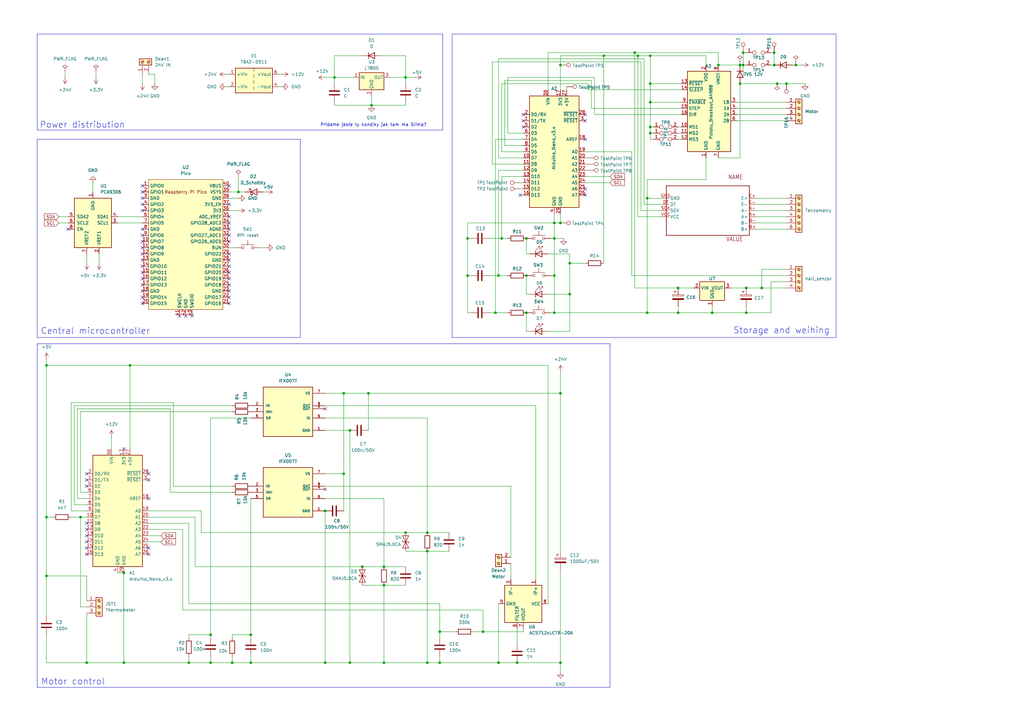
<source format=kicad_sch>
(kicad_sch (version 20231120) (generator "eeschema") (generator_version "8.0")
  (paper "A3")
  (lib_symbols
    (symbol "Connector:Screw_Terminal_01x02" (pin_names (offset 1.016) hide)
      (property "Reference" "J" (at 0 2.54 0))
      (property "Value" "Screw_Terminal_01x02" (at 0 -5.08 0))
      (symbol "Screw_Terminal_01x02_1_1"
        (pin passive line (at -5.08 0 0) (length 3.81) (name "Pin_1") (number "1"))
        (pin passive line (at -5.08 -2.54 0) (length 3.81) (name "Pin_2") (number "2"))
      )
    )
    (symbol "Connector:Screw_Terminal_01x03" (pin_names (offset 1.016) hide)
      (property "Reference" "J" (at 0 5.08 0))
      (property "Value" "Screw_Terminal_01x03" (at 0 -5.08 0))
      (symbol "Screw_Terminal_01x03_1_1"
        (pin passive line (at -5.08 2.54 0) (length 3.81) (name "Pin_1") (number "1"))
        (pin passive line (at -5.08 0 0) (length 3.81) (name "Pin_2") (number "2"))
        (pin passive line (at -5.08 -2.54 0) (length 3.81) (name "Pin_3") (number "3"))
      )
    )
    (symbol "Connector:Screw_Terminal_01x04" (pin_names (offset 1.016) hide)
      (property "Reference" "J" (at 0 5.08 0))
      (property "Value" "Screw_Terminal_01x04" (at 0 -7.62 0))
      (symbol "Screw_Terminal_01x04_1_1"
        (pin passive line (at -5.08 2.54 0) (length 3.81) (name "Pin_1") (number "1"))
        (pin passive line (at -5.08 0 0) (length 3.81) (name "Pin_2") (number "2"))
        (pin passive line (at -5.08 -2.54 0) (length 3.81) (name "Pin_3") (number "3"))
        (pin passive line (at -5.08 -5.08 0) (length 3.81) (name "Pin_4") (number "4"))
      )
    )
    (symbol "Connector:Screw_Terminal_01x06" (pin_names (offset 1.016) hide)
      (property "Reference" "J" (at 0 7.62 0))
      (property "Value" "Screw_Terminal_01x06" (at 0 -10.16 0))
      (symbol "Screw_Terminal_01x06_1_1"
        (pin passive line (at -5.08 5.08 0) (length 3.81) (name "Pin_1") (number "1"))
        (pin passive line (at -5.08 2.54 0) (length 3.81) (name "Pin_2") (number "2"))
        (pin passive line (at -5.08 0 0) (length 3.81) (name "Pin_3") (number "3"))
        (pin passive line (at -5.08 -2.54 0) (length 3.81) (name "Pin_4") (number "4"))
        (pin passive line (at -5.08 -5.08 0) (length 3.81) (name "Pin_5") (number "5"))
        (pin passive line (at -5.08 -7.62 0) (length 3.81) (name "Pin_6") (number "6"))
      )
    )
    (symbol "Connector:TestPoint" (pin_numbers hide) (pin_names (offset 0.762) hide)
      (property "Reference" "TP" (at 0 6.858 0))
      (property "Value" "TestPoint" (at 0 5.08 0))
      (symbol "TestPoint_1_1"
        (pin passive line (at 0 0 90) (length 2.54) (name "1") (number "1"))
      )
    )
    (symbol "Connector:TestPoint_2Pole" (pin_names (offset 0.762) hide)
      (property "Reference" "TP" (at 0 1.524 0))
      (property "Value" "TestPoint_2Pole" (at 0 -1.778 0))
      (symbol "TestPoint_2Pole_0_1"
        (pin passive line (at -5.08 0 0) (length 2.54) (name "1") (number "1"))
        (pin passive line (at 5.08 0 180) (length 2.54) (name "2") (number "2"))
      )
    )
    (symbol "Converter_DCDC:TBA2-0511"
      (property "Reference" "U" (at -6.35 6.35 0))
      (property "Value" "TBA2-0511" (at 2.54 6.35 0))
      (symbol "TBA2-0511_1_1"
        (pin power_in line (at -10.16 2.54 0) (length 2.54) (name "+Vin") (number "1"))
        (pin power_in line (at -10.16 -2.54 0) (length 2.54) (name "-Vin") (number "2"))
        (pin power_out line (at 10.16 -2.54 180) (length 2.54) (name "-Vout") (number "4"))
        (pin power_out line (at 10.16 2.54 180) (length 2.54) (name "+Vout") (number "6"))
      )
    )
    (symbol "Device:C" (pin_numbers hide) (pin_names (offset 0.254))
      (property "Reference" "C" (at 0.635 2.54 0))
      (property "Value" "C" (at 0.635 -2.54 0))
      (symbol "C_1_1"
        (pin passive line (at 0 3.81 270) (length 2.794) (name "~") (number "1"))
        (pin passive line (at 0 -3.81 90) (length 2.794) (name "~") (number "2"))
      )
    )
    (symbol "Device:C_Polarized" (pin_numbers hide) (pin_names (offset 0.254))
      (property "Reference" "C" (at 0.635 2.54 0))
      (property "Value" "C_Polarized" (at 0.635 -2.54 0))
      (symbol "C_Polarized_1_1"
        (pin passive line (at 0 3.81 270) (length 2.794) (name "~") (number "1"))
        (pin passive line (at 0 -3.81 90) (length 2.794) (name "~") (number "2"))
      )
    )
    (symbol "Device:D" (pin_numbers hide) (pin_names (offset 1.016) hide)
      (property "Reference" "D" (at 0 2.54 0))
      (property "Value" "D" (at 0 -2.54 0))
      (symbol "D_1_1"
        (pin passive line (at -3.81 0 0) (length 2.54) (name "K") (number "1"))
        (pin passive line (at 3.81 0 180) (length 2.54) (name "A") (number "2"))
      )
    )
    (symbol "Device:D_Schottky" (pin_numbers hide) (pin_names (offset 1.016) hide)
      (property "Reference" "D" (at 0 2.54 0))
      (property "Value" "D_Schottky" (at 0 -2.54 0))
      (symbol "D_Schottky_1_1"
        (pin passive line (at -3.81 0 0) (length 2.54) (name "K") (number "1"))
        (pin passive line (at 3.81 0 180) (length 2.54) (name "A") (number "2"))
      )
    )
    (symbol "Device:R" (pin_numbers hide) (pin_names (offset 0))
      (property "Reference" "R" (at 2.032 0 90))
      (property "Value" "R" (at 0 0 90))
      (symbol "R_1_1"
        (pin passive line (at 0 3.81 270) (length 1.27) (name "~") (number "1"))
        (pin passive line (at 0 -3.81 90) (length 1.27) (name "~") (number "2"))
      )
    )
    (symbol "Diode:1N4007" (pin_numbers hide) (pin_names hide)
      (property "Reference" "D" (at 0 2.54 0))
      (property "Value" "1N4007" (at 0 -2.54 0))
      (symbol "1N4007_1_1"
        (pin passive line (at -3.81 0 0) (length 2.54) (name "K") (number "1"))
        (pin passive line (at 3.81 0 180) (length 2.54) (name "A") (number "2"))
      )
    )
    (symbol "Diode:SMAJ5.0CA" (pin_numbers hide) (pin_names (offset 1.016) hide)
      (property "Reference" "D" (at 0 2.54 0))
      (property "Value" "SMAJ5.0CA" (at 0 -2.54 0))
      (symbol "SMAJ5.0CA_1_1"
        (pin passive line (at -3.81 0 0) (length 2.54) (name "A1") (number "1"))
        (pin passive line (at 3.81 0 180) (length 2.54) (name "A2") (number "2"))
      )
    )
    (symbol "Driver_Motor:Pololu_Breakout_A4988"
      (property "Reference" "A" (at -2.54 19.05 0))
      (property "Value" "Pololu_Breakout_A4988" (at -2.54 16.51 0))
      (symbol "Pololu_Breakout_A4988_1_1"
        (pin power_in line (at 0 -20.32 90) (length 2.54) (name "GND") (number "1"))
        (pin input line (at -10.16 -7.62 0) (length 2.54) (name "MS1") (number "10"))
        (pin input line (at -10.16 -10.16 0) (length 2.54) (name "MS2") (number "11"))
        (pin input line (at -10.16 -12.7 0) (length 2.54) (name "MS3") (number "12"))
        (pin input line (at -10.16 10.16 0) (length 2.54) (name "~{RESET}") (number "13"))
        (pin input line (at -10.16 7.62 0) (length 2.54) (name "~{SLEEP}") (number "14"))
        (pin input line (at -10.16 0 0) (length 2.54) (name "STEP") (number "15"))
        (pin input line (at -10.16 -2.54 0) (length 2.54) (name "DIR") (number "16"))
        (pin power_in line (at 0 17.78 270) (length 2.54) (name "VDD") (number "2"))
        (pin output line (at 12.7 2.54 180) (length 2.54) (name "1B") (number "3"))
        (pin output line (at 12.7 0 180) (length 2.54) (name "1A") (number "4"))
        (pin output line (at 12.7 -2.54 180) (length 2.54) (name "2A") (number "5"))
        (pin output line (at 12.7 -5.08 180) (length 2.54) (name "2B") (number "6"))
        (pin power_in line (at 5.08 -20.32 90) (length 2.54) (name "GND") (number "7"))
        (pin power_in line (at 5.08 17.78 270) (length 2.54) (name "VMOT") (number "8"))
        (pin input line (at -10.16 2.54 0) (length 2.54) (name "~{ENABLE}") (number "9"))
      )
    )
    (symbol "HX711:HX711A"
      (symbol "HX711A_1_0"
        (text "NAME" (at 2.54 22.86 0) (effects (font (size 1.778 1.5113)) (justify left bottom)))
        (text "VALUE" (at 2.54 -2.54 0) (effects (font (size 1.778 1.5113)) (justify left bottom)))
        (pin bidirectional line (at -2.54 7.62 0) (length 2.54) (name "A+") (number "A+"))
        (pin bidirectional line (at -2.54 10.16 0) (length 2.54) (name "A-") (number "A-"))
        (pin bidirectional line (at -2.54 2.54 0) (length 2.54) (name "B+") (number "B+"))
        (pin bidirectional line (at -2.54 5.08 0) (length 2.54) (name "B-") (number "B-"))
        (pin bidirectional line (at 35.56 12.7 180) (length 2.54) (name "DT") (number "DT"))
        (pin bidirectional line (at -2.54 15.24 0) (length 2.54) (name "E+") (number "E+"))
        (pin bidirectional line (at -2.54 12.7 0) (length 2.54) (name "E-") (number "E-"))
        (pin bidirectional line (at 35.56 15.24 180) (length 2.54) (name "GND") (number "GND"))
        (pin bidirectional line (at 35.56 10.16 180) (length 2.54) (name "SCK") (number "SCK"))
        (pin bidirectional line (at 35.56 7.62 180) (length 2.54) (name "VCC") (number "VCC"))
      )
    )
    (symbol "Interface:PCA9306" (pin_names (offset 1.016))
      (property "Reference" "U" (at -7.62 11.43 0))
      (property "Value" "PCA9306" (at 5.08 11.43 0))
      (symbol "PCA9306_1_1"
        (pin power_in line (at 0 -12.7 90) (length 2.54) (name "GND") (number "1"))
        (pin power_in line (at -2.54 12.7 270) (length 2.54) (name "VREF1") (number "2"))
        (pin bidirectional line (at -10.16 0 0) (length 2.54) (name "SCL1") (number "3"))
        (pin bidirectional line (at -10.16 -2.54 0) (length 2.54) (name "SDA1") (number "4"))
        (pin bidirectional line (at 10.16 -2.54 180) (length 2.54) (name "SDA2") (number "5"))
        (pin bidirectional line (at 10.16 0 180) (length 2.54) (name "SCL2") (number "6"))
        (pin power_in line (at 2.54 12.7 270) (length 2.54) (name "VREF2") (number "7"))
        (pin input line (at 10.16 2.54 180) (length 2.54) (name "EN") (number "8"))
      )
    )
    (symbol "LED:SFH4550" (pin_numbers hide) (pin_names (offset 1.016) hide)
      (property "Reference" "D" (at 0.508 1.778 0))
      (property "Value" "SFH4550" (at -1.016 -2.794 0))
      (symbol "SFH4550_1_1"
        (pin passive line (at -5.08 0 0) (length 2.54) (name "K") (number "1"))
        (pin passive line (at 2.54 0 180) (length 2.54) (name "A") (number "2"))
      )
    )
    (symbol "MCU_Module:Arduino_Nano_v3.x"
      (property "Reference" "A" (at -10.16 23.495 0))
      (property "Value" "Arduino_Nano_v3.x" (at 5.08 -24.13 0))
      (symbol "Arduino_Nano_v3.x_1_1"
        (pin bidirectional line (at -12.7 12.7 0) (length 2.54) (name "D1/TX") (number "1"))
        (pin bidirectional line (at -12.7 -2.54 0) (length 2.54) (name "D7") (number "10"))
        (pin bidirectional line (at -12.7 -5.08 0) (length 2.54) (name "D8") (number "11"))
        (pin bidirectional line (at -12.7 -7.62 0) (length 2.54) (name "D9") (number "12"))
        (pin bidirectional line (at -12.7 -10.16 0) (length 2.54) (name "D10") (number "13"))
        (pin bidirectional line (at -12.7 -12.7 0) (length 2.54) (name "D11") (number "14"))
        (pin bidirectional line (at -12.7 -15.24 0) (length 2.54) (name "D12") (number "15"))
        (pin bidirectional line (at -12.7 -17.78 0) (length 2.54) (name "D13") (number "16"))
        (pin power_out line (at 2.54 25.4 270) (length 2.54) (name "3V3") (number "17"))
        (pin input line (at 12.7 5.08 180) (length 2.54) (name "AREF") (number "18"))
        (pin bidirectional line (at 12.7 0 180) (length 2.54) (name "A0") (number "19"))
        (pin bidirectional line (at -12.7 15.24 0) (length 2.54) (name "D0/RX") (number "2"))
        (pin bidirectional line (at 12.7 -2.54 180) (length 2.54) (name "A1") (number "20"))
        (pin bidirectional line (at 12.7 -5.08 180) (length 2.54) (name "A2") (number "21"))
        (pin bidirectional line (at 12.7 -7.62 180) (length 2.54) (name "A3") (number "22"))
        (pin bidirectional line (at 12.7 -10.16 180) (length 2.54) (name "A4") (number "23"))
        (pin bidirectional line (at 12.7 -12.7 180) (length 2.54) (name "A5") (number "24"))
        (pin bidirectional line (at 12.7 -15.24 180) (length 2.54) (name "A6") (number "25"))
        (pin bidirectional line (at 12.7 -17.78 180) (length 2.54) (name "A7") (number "26"))
        (pin power_out line (at 5.08 25.4 270) (length 2.54) (name "+5V") (number "27"))
        (pin input line (at 12.7 15.24 180) (length 2.54) (name "~{RESET}") (number "28"))
        (pin power_in line (at 2.54 -25.4 90) (length 2.54) (name "GND") (number "29"))
        (pin input line (at 12.7 12.7 180) (length 2.54) (name "~{RESET}") (number "3"))
        (pin power_in line (at -2.54 25.4 270) (length 2.54) (name "VIN") (number "30"))
        (pin power_in line (at 0 -25.4 90) (length 2.54) (name "GND") (number "4"))
        (pin bidirectional line (at -12.7 10.16 0) (length 2.54) (name "D2") (number "5"))
        (pin bidirectional line (at -12.7 7.62 0) (length 2.54) (name "D3") (number "6"))
        (pin bidirectional line (at -12.7 5.08 0) (length 2.54) (name "D4") (number "7"))
        (pin bidirectional line (at -12.7 2.54 0) (length 2.54) (name "D5") (number "8"))
        (pin bidirectional line (at -12.7 0 0) (length 2.54) (name "D6") (number "9"))
      )
    )
    (symbol "MCU_RaspberryPi_and_Boards:Pico"
      (property "Reference" "U" (at -13.97 27.94 0))
      (property "Value" "Pico" (at 0 19.05 0))
      (symbol "Pico_0_0"
        (text "Raspberry Pi Pico" (at 0 21.59 0) (effects (font (size 1.27 1.27))))
      )
      (symbol "Pico_1_1"
        (pin bidirectional line (at -17.78 24.13 0) (length 2.54) (name "GPIO0") (number "1"))
        (pin bidirectional line (at -17.78 1.27 0) (length 2.54) (name "GPIO7") (number "10"))
        (pin bidirectional line (at -17.78 -1.27 0) (length 2.54) (name "GPIO8") (number "11"))
        (pin bidirectional line (at -17.78 -3.81 0) (length 2.54) (name "GPIO9") (number "12"))
        (pin power_in line (at -17.78 -6.35 0) (length 2.54) (name "GND") (number "13"))
        (pin bidirectional line (at -17.78 -8.89 0) (length 2.54) (name "GPIO10") (number "14"))
        (pin bidirectional line (at -17.78 -11.43 0) (length 2.54) (name "GPIO11") (number "15"))
        (pin bidirectional line (at -17.78 -13.97 0) (length 2.54) (name "GPIO12") (number "16"))
        (pin bidirectional line (at -17.78 -16.51 0) (length 2.54) (name "GPIO13") (number "17"))
        (pin power_in line (at -17.78 -19.05 0) (length 2.54) (name "GND") (number "18"))
        (pin bidirectional line (at -17.78 -21.59 0) (length 2.54) (name "GPIO14") (number "19"))
        (pin bidirectional line (at -17.78 21.59 0) (length 2.54) (name "GPIO1") (number "2"))
        (pin bidirectional line (at -17.78 -24.13 0) (length 2.54) (name "GPIO15") (number "20"))
        (pin bidirectional line (at 17.78 -24.13 180) (length 2.54) (name "GPIO16") (number "21"))
        (pin bidirectional line (at 17.78 -21.59 180) (length 2.54) (name "GPIO17") (number "22"))
        (pin power_in line (at 17.78 -19.05 180) (length 2.54) (name "GND") (number "23"))
        (pin bidirectional line (at 17.78 -16.51 180) (length 2.54) (name "GPIO18") (number "24"))
        (pin bidirectional line (at 17.78 -13.97 180) (length 2.54) (name "GPIO19") (number "25"))
        (pin bidirectional line (at 17.78 -11.43 180) (length 2.54) (name "GPIO20") (number "26"))
        (pin bidirectional line (at 17.78 -8.89 180) (length 2.54) (name "GPIO21") (number "27"))
        (pin power_in line (at 17.78 -6.35 180) (length 2.54) (name "GND") (number "28"))
        (pin bidirectional line (at 17.78 -3.81 180) (length 2.54) (name "GPIO22") (number "29"))
        (pin power_in line (at -17.78 19.05 0) (length 2.54) (name "GND") (number "3"))
        (pin input line (at 17.78 -1.27 180) (length 2.54) (name "RUN") (number "30"))
        (pin bidirectional line (at 17.78 1.27 180) (length 2.54) (name "GPIO26_ADC0") (number "31"))
        (pin bidirectional line (at 17.78 3.81 180) (length 2.54) (name "GPIO27_ADC1") (number "32"))
        (pin power_in line (at 17.78 6.35 180) (length 2.54) (name "AGND") (number "33"))
        (pin bidirectional line (at 17.78 8.89 180) (length 2.54) (name "GPIO28_ADC2") (number "34"))
        (pin power_in line (at 17.78 11.43 180) (length 2.54) (name "ADC_VREF") (number "35"))
        (pin power_in line (at 17.78 13.97 180) (length 2.54) (name "3V3") (number "36"))
        (pin input line (at 17.78 16.51 180) (length 2.54) (name "3V3_EN") (number "37"))
        (pin bidirectional line (at 17.78 19.05 180) (length 2.54) (name "GND") (number "38"))
        (pin power_in line (at 17.78 21.59 180) (length 2.54) (name "VSYS") (number "39"))
        (pin bidirectional line (at -17.78 16.51 0) (length 2.54) (name "GPIO2") (number "4"))
        (pin power_in line (at 17.78 24.13 180) (length 2.54) (name "VBUS") (number "40"))
        (pin input line (at -2.54 -29.21 90) (length 2.54) (name "SWCLK") (number "41"))
        (pin power_in line (at 0 -29.21 90) (length 2.54) (name "GND") (number "42"))
        (pin bidirectional line (at 2.54 -29.21 90) (length 2.54) (name "SWDIO") (number "43"))
        (pin bidirectional line (at -17.78 13.97 0) (length 2.54) (name "GPIO3") (number "5"))
        (pin bidirectional line (at -17.78 11.43 0) (length 2.54) (name "GPIO4") (number "6"))
        (pin bidirectional line (at -17.78 8.89 0) (length 2.54) (name "GPIO5") (number "7"))
        (pin power_in line (at -17.78 6.35 0) (length 2.54) (name "GND") (number "8"))
        (pin bidirectional line (at -17.78 3.81 0) (length 2.54) (name "GPIO6") (number "9"))
      )
    )
    (symbol "Regulator_Linear:HT75xx-1-SOT89"
      (property "Reference" "U" (at -5.08 -3.81 0))
      (property "Value" "HT75xx-1-SOT89" (at 0 6.35 0))
      (symbol "HT75xx-1-SOT89_1_1"
        (pin power_in line (at 0 -5.08 90) (length 2.54) (name "GND") (number "1"))
        (pin power_in line (at -7.62 2.54 0) (length 2.54) (name "VIN") (number "2"))
        (pin power_out line (at 7.62 2.54 180) (length 2.54) (name "VOUT") (number "3"))
      )
    )
    (symbol "Regulator_Linear:L7805" (pin_names (offset 0.254))
      (property "Reference" "U" (at -3.81 3.175 0))
      (property "Value" "L7805" (at 0 3.175 0))
      (symbol "L7805_1_1"
        (pin power_in line (at -7.62 0 0) (length 2.54) (name "IN") (number "1"))
        (pin power_in line (at 0 -7.62 90) (length 2.54) (name "GND") (number "2"))
        (pin power_out line (at 7.62 0 180) (length 2.54) (name "OUT") (number "3"))
      )
    )
    (symbol "Sensor_Current:ACS712xLCTR-20A"
      (property "Reference" "U" (at 2.54 11.43 0))
      (property "Value" "ACS712xLCTR-20A" (at 2.54 8.89 0))
      (symbol "ACS712xLCTR-20A_1_1"
        (pin passive line (at -10.16 5.08 0) (length 2.54) (name "IP+") (number "1"))
        (pin passive line (at -10.16 5.08 0) (length 2.54) hide (name "IP+") (number "2"))
        (pin passive line (at -10.16 -5.08 0) (length 2.54) (name "IP-") (number "3"))
        (pin passive line (at -10.16 -5.08 0) (length 2.54) hide (name "IP-") (number "4"))
        (pin power_in line (at 0 -10.16 90) (length 2.54) (name "GND") (number "5"))
        (pin passive line (at 10.16 -2.54 180) (length 2.54) (name "FILTER") (number "6"))
        (pin output line (at 10.16 0 180) (length 2.54) (name "VIOUT") (number "7"))
        (pin power_in line (at 0 10.16 270) (length 2.54) (name "VCC") (number "8"))
      )
    )
    (symbol "Switch:SW_Push" (pin_numbers hide) (pin_names (offset 1.016) hide)
      (property "Reference" "SW" (at 1.27 2.54 0))
      (property "Value" "SW_Push" (at 0 -1.524 0))
      (symbol "SW_Push_0_1"
        (pin passive line (at -5.08 0 0) (length 2.54) (name "1") (number "1"))
        (pin passive line (at 5.08 0 180) (length 2.54) (name "2") (number "2"))
      )
    )
    (symbol "drill_IFX007T:IFX007T_uprava" (pin_names (offset 1.016))
      (property "Reference" "U" (at -10.16 10.922 0))
      (property "Value" "IFX007T_uprava" (at -10.16 -12.7 0))
      (symbol "IFX007T_uprava_0_0"
        (pin power_in line (at 15.24 -7.62 180) (length 5.08) (name "GND") (number "1"))
        (pin input line (at -15.24 2.54 0) (length 5.08) (name "IN") (number "2"))
        (pin input line (at -15.24 0 0) (length 5.08) (name "INH") (number "3"))
        (pin output line (at 15.24 1.27 180) (length 5.08) (name "OUT") (number "4"))
        (pin input line (at -15.24 -2.54 0) (length 5.08) (name "SR") (number "5"))
        (pin output line (at 15.24 -2.54 180) (length 5.08) (name "IS") (number "6"))
        (pin power_in line (at 15.24 7.62 180) (length 5.08) (name "VS") (number "7"))
        (pin output line (at 15.24 2.54 180) (length 5.08) (name "OUT") (number "8"))
      )
    )
    (symbol "power:+12V" (power) (pin_numbers hide) (pin_names (offset 0) hide)
      (property "Value" "+12V" (at 0 3.556 0))
      (symbol "+12V_1_1"
        (pin power_in line (at 0 0 90) (length 0) (name "~") (number "1"))
      )
    )
    (symbol "power:+24V" (power) (pin_numbers hide) (pin_names (offset 0) hide)
      (property "Value" "+24V" (at 0 3.556 0))
      (symbol "+24V_1_1"
        (pin power_in line (at 0 0 90) (length 0) (name "~") (number "1"))
      )
    )
    (symbol "power:+3.3V" (power) (pin_numbers hide) (pin_names (offset 0) hide)
      (property "Value" "+3.3V" (at 0 3.556 0))
      (symbol "+3.3V_1_1"
        (pin power_in line (at 0 0 90) (length 0) (name "~") (number "1"))
      )
    )
    (symbol "power:+5V" (power) (pin_numbers hide) (pin_names (offset 0) hide)
      (property "Value" "+5V" (at 0 3.556 0))
      (symbol "+5V_1_1"
        (pin power_in line (at 0 0 90) (length 0) (name "~") (number "1"))
      )
    )
    (symbol "power:GND" (power) (pin_numbers hide) (pin_names (offset 0) hide)
      (property "Value" "GND" (at 0 -3.81 0))
      (symbol "GND_1_1"
        (pin power_in line (at 0 0 270) (length 0) (name "~") (number "1"))
      )
    )
    (symbol "power:PWR_FLAG" (power) (pin_numbers hide) (pin_names (offset 0) hide)
      (property "Value" "PWR_FLAG" (at 0 3.81 0))
      (symbol "PWR_FLAG_0_0"
        (pin power_out line (at 0 0 90) (length 0) (name "~") (number "1"))
      )
    )
  )
  (junction (at 233.68 120.65))
  (junction (at 317.5 21.59))
  (junction (at 229.87 26.67))
  (junction (at 247.65 22.86))
  (junction (at 229.87 161.29))
  (junction (at 233.68 107.95))
  (junction (at 198.12 259.08))
  (junction (at 19.05 149.86))
  (junction (at 326.39 26.67))
  (junction (at 215.9 128.27))
  (junction (at 312.42 118.11))
  (junction (at 317.5 26.67))
  (junction (at 151.13 161.29))
  (junction (at 97.79 78.74))
  (junction (at 140.97 161.29))
  (junction (at 205.74 97.79))
  (junction (at 266.7 52.07))
  (junction (at 86.36 271.78))
  (junction (at 175.26 226.06))
  (junction (at 133.35 209.55))
  (junction (at 50.8 234.95))
  (junction (at 143.51 176.53))
  (junction (at 166.37 31.75))
  (junction (at 203.2 128.27))
  (junction (at 227.33 91.44))
  (junction (at 148.59 232.41))
  (junction (at 306.07 118.11))
  (junction (at 102.87 271.78))
  (junction (at 50.8 271.78))
  (junction (at 157.48 232.41))
  (junction (at 266.7 54.61))
  (junction (at 304.8 26.67))
  (junction (at 204.47 271.78))
  (junction (at 265.43 128.27))
  (junction (at 143.51 271.78))
  (junction (at 191.77 113.03))
  (junction (at 303.53 34.29))
  (junction (at 261.62 22.86))
  (junction (at 35.56 271.78))
  (junction (at 227.33 113.03))
  (junction (at 140.97 194.31))
  (junction (at 227.33 97.79))
  (junction (at 19.05 236.22))
  (junction (at 304.8 21.59))
  (junction (at 306.07 128.27))
  (junction (at 133.35 271.78))
  (junction (at 77.47 271.78))
  (junction (at 278.13 128.27))
  (junction (at 229.87 91.44))
  (junction (at 175.26 271.78))
  (junction (at 227.33 128.27))
  (junction (at 303.53 26.67))
  (junction (at 33.02 212.09))
  (junction (at 180.34 259.08))
  (junction (at 180.34 271.78))
  (junction (at 95.25 271.78))
  (junction (at 265.43 81.28))
  (junction (at 292.1 128.27))
  (junction (at 204.47 113.03))
  (junction (at 157.48 271.78))
  (junction (at 294.64 26.67))
  (junction (at 278.13 118.11))
  (junction (at 166.37 218.44))
  (junction (at 266.7 41.91))
  (junction (at 191.77 97.79))
  (junction (at 266.7 22.86))
  (junction (at 215.9 97.79))
  (junction (at 86.36 260.35))
  (junction (at 137.16 31.75))
  (junction (at 53.34 149.86))
  (junction (at 19.05 212.09))
  (junction (at 157.48 240.03))
  (junction (at 266.7 34.29))
  (junction (at 175.26 218.44))
  (junction (at 212.09 271.78))
  (junction (at 215.9 113.03))
  (junction (at 229.87 271.78))
  (junction (at 102.87 260.35))
  (junction (at 152.4 43.18))
  (junction (at 318.77 34.29))
  (junction (at 322.58 34.29))
  (junction (at 260.35 21.59))
  (no_connect (at 35.56 222.25))
  (no_connect (at 60.96 196.85))
  (no_connect (at 93.98 93.98))
  (no_connect (at 35.56 196.85))
  (no_connect (at 58.42 106.68))
  (no_connect (at 240.03 49.53))
  (no_connect (at 93.98 83.82))
  (no_connect (at 35.56 217.17))
  (no_connect (at 133.35 200.66))
  (no_connect (at 35.56 194.31))
  (no_connect (at 214.63 46.99))
  (no_connect (at 58.42 111.76))
  (no_connect (at 240.03 80.01))
  (no_connect (at 93.98 109.22))
  (no_connect (at 60.96 224.79))
  (no_connect (at 240.03 77.47))
  (no_connect (at 93.98 106.68))
  (no_connect (at 213.36 80.01))
  (no_connect (at 93.98 124.46))
  (no_connect (at 78.74 129.54))
  (no_connect (at 240.03 46.99))
  (no_connect (at 58.42 101.6))
  (no_connect (at 93.98 119.38))
  (no_connect (at 93.98 76.2))
  (no_connect (at 93.98 99.06))
  (no_connect (at 58.42 104.14))
  (no_connect (at 35.56 227.33))
  (no_connect (at 58.42 109.22))
  (no_connect (at 58.42 78.74))
  (no_connect (at 60.96 227.33))
  (no_connect (at 58.42 124.46))
  (no_connect (at 58.42 93.98))
  (no_connect (at 58.42 76.2))
  (no_connect (at 76.2 129.54))
  (no_connect (at 58.42 114.3))
  (no_connect (at 58.42 121.92))
  (no_connect (at 93.98 91.44))
  (no_connect (at 240.03 57.15))
  (no_connect (at 93.98 121.92))
  (no_connect (at 93.98 88.9))
  (no_connect (at 58.42 116.84))
  (no_connect (at 35.56 219.71))
  (no_connect (at 214.63 52.07))
  (no_connect (at 73.66 129.54))
  (no_connect (at 58.42 119.38))
  (no_connect (at 60.96 204.47))
  (no_connect (at 93.98 111.76))
  (no_connect (at 27.94 93.98))
  (no_connect (at 93.98 114.3))
  (no_connect (at 35.56 199.39))
  (no_connect (at 93.98 116.84))
  (no_connect (at 58.42 86.36))
  (no_connect (at 35.56 214.63))
  (no_connect (at 60.96 194.31))
  (no_connect (at 35.56 224.79))
  (no_connect (at 93.98 96.52))
  (no_connect (at 93.98 104.14))
  (no_connect (at 58.42 83.82))
  (no_connect (at 214.63 49.53))
  (no_connect (at 58.42 99.06))
  (no_connect (at 58.42 96.52))
  (no_connect (at 133.35 167.64))
  (no_connect (at 50.8 184.15))
  (no_connect (at 58.42 81.28))
  (wire (pts (xy 271.78 88.9) (xy 261.62 88.9)))
  (wire (pts (xy 19.05 212.09) (xy 19.05 236.22)))
  (wire (pts (xy 207.01 59.69) (xy 214.63 59.69)))
  (wire (pts (xy 214.63 257.81) (xy 214.63 259.08)))
  (wire (pts (xy 157.48 240.03) (xy 157.48 271.78)))
  (wire (pts (xy 278.13 54.61) (xy 279.4 54.61)))
  (wire (pts (xy 233.68 104.14) (xy 233.68 107.95)))
  (wire (pts (xy 259.08 113.03) (xy 259.08 62.23)))
  (wire (pts (xy 48.26 88.9) (xy 58.42 88.9)))
  (wire (pts (xy 215.9 104.14) (xy 215.9 97.79)))
  (wire (pts (xy 316.23 128.27) (xy 316.23 115.57)))
  (wire (pts (xy 266.7 52.07) (xy 266.7 54.61)))
  (wire (pts (xy 93.98 101.6) (xy 96.52 101.6)))
  (wire (pts (xy 77.47 214.63) (xy 77.47 247.65)))
  (wire (pts (xy 60.96 209.55) (xy 82.55 209.55)))
  (wire (pts (xy 114.3 35.56) (xy 115.57 35.56)))
  (wire (pts (xy 233.68 107.95) (xy 240.03 107.95)))
  (wire (pts (xy 45.72 179.07) (xy 45.72 184.15)))
  (wire (pts (xy 227.33 97.79) (xy 231.14 97.79)))
  (wire (pts (xy 209.55 228.6) (xy 209.55 199.39)))
  (wire (pts (xy 266.7 41.91) (xy 266.7 52.07)))
  (wire (pts (xy 306.07 128.27) (xy 316.23 128.27)))
  (wire (pts (xy 322.58 93.98) (xy 309.88 93.98)))
  (wire (pts (xy 157.48 271.78) (xy 175.26 271.78)))
  (wire (pts (xy 279.4 57.15) (xy 278.13 57.15)))
  (wire (pts (xy 306.07 125.73) (xy 306.07 128.27)))
  (wire (pts (xy 224.79 149.86) (xy 224.79 247.65)))
  (wire (pts (xy 140.97 161.29) (xy 151.13 161.29)))
  (wire (pts (xy 261.62 88.9) (xy 261.62 22.86)))
  (wire (pts (xy 303.53 34.29) (xy 318.77 34.29)))
  (wire (pts (xy 227.33 128.27) (xy 226.06 128.27)))
  (wire (pts (xy 303.53 26.67) (xy 304.8 26.67)))
  (wire (pts (xy 264.16 24.13) (xy 204.47 24.13)))
  (wire (pts (xy 322.58 83.82) (xy 309.88 83.82)))
  (wire (pts (xy 33.02 248.92) (xy 35.56 248.92)))
  (wire (pts (xy 242.57 33.02) (xy 207.01 33.02)))
  (wire (pts (xy 175.26 271.78) (xy 180.34 271.78)))
  (wire (pts (xy 133.35 161.29) (xy 140.97 161.29)))
  (wire (pts (xy 33.02 212.09) (xy 33.02 248.92)))
  (wire (pts (xy 157.48 240.03) (xy 166.37 240.03)))
  (wire (pts (xy 58.42 30.48) (xy 58.42 34.29)))
  (wire (pts (xy 266.7 41.91) (xy 266.7 34.29)))
  (wire (pts (xy 166.37 226.06) (xy 175.26 226.06)))
  (wire (pts (xy 205.74 62.23) (xy 214.63 62.23)))
  (wire (pts (xy 191.77 113.03) (xy 191.77 128.27)))
  (wire (pts (xy 207.01 33.02) (xy 207.01 59.69)))
  (wire (pts (xy 191.77 91.44) (xy 227.33 91.44)))
  (wire (pts (xy 33.02 201.93) (xy 33.02 168.91)))
  (wire (pts (xy 294.64 26.67) (xy 303.53 26.67)))
  (wire (pts (xy 191.77 128.27) (xy 193.04 128.27)))
  (wire (pts (xy 102.87 260.35) (xy 102.87 261.62)))
  (wire (pts (xy 102.87 204.47) (xy 102.87 260.35)))
  (wire (pts (xy 106.68 101.6) (xy 109.22 101.6)))
  (wire (pts (xy 80.01 212.09) (xy 60.96 212.09)))
  (wire (pts (xy 213.36 77.47) (xy 214.63 77.47)))
  (wire (pts (xy 35.56 204.47) (xy 31.75 204.47)))
  (wire (pts (xy 38.1 74.93) (xy 38.1 78.74)))
  (wire (pts (xy 264.16 24.13) (xy 264.16 83.82)))
  (wire (pts (xy 50.8 234.95) (xy 50.8 271.78)))
  (wire (pts (xy 322.58 110.49) (xy 312.42 110.49)))
  (wire (pts (xy 200.66 97.79) (xy 205.74 97.79)))
  (wire (pts (xy 133.35 199.39) (xy 209.55 199.39)))
  (wire (pts (xy 19.05 260.35) (xy 19.05 271.78)))
  (wire (pts (xy 137.16 43.18) (xy 152.4 43.18)))
  (wire (pts (xy 74.93 250.19) (xy 198.12 250.19)))
  (wire (pts (xy 31.75 167.64) (xy 69.85 167.64)))
  (wire (pts (xy 77.47 260.35) (xy 77.47 261.62)))
  (wire (pts (xy 316.23 21.59) (xy 317.5 21.59)))
  (wire (pts (xy 205.74 34.29) (xy 205.74 62.23)))
  (wire (pts (xy 97.79 86.36) (xy 93.98 86.36)))
  (wire (pts (xy 35.56 207.01) (xy 30.48 207.01)))
  (wire (pts (xy 151.13 161.29) (xy 229.87 161.29)))
  (wire (pts (xy 304.8 26.67) (xy 306.07 26.67)))
  (wire (pts (xy 208.28 31.75) (xy 208.28 54.61)))
  (wire (pts (xy 294.64 26.67) (xy 294.64 21.59)))
  (wire (pts (xy 229.87 271.78) (xy 229.87 275.59)))
  (wire (pts (xy 201.93 25.4) (xy 201.93 67.31)))
  (wire (pts (xy 212.09 257.81) (xy 212.09 264.16)))
  (wire (pts (xy 143.51 271.78) (xy 157.48 271.78)))
  (wire (pts (xy 266.7 22.86) (xy 266.7 34.29)))
  (wire (pts (xy 95.25 271.78) (xy 102.87 271.78)))
  (wire (pts (xy 166.37 31.75) (xy 166.37 34.29)))
  (wire (pts (xy 26.67 31.75) (xy 26.67 29.21)))
  (wire (pts (xy 19.05 236.22) (xy 35.56 236.22)))
  (wire (pts (xy 265.43 81.28) (xy 265.43 128.27)))
  (wire (pts (xy 292.1 128.27) (xy 292.1 125.73)))
  (wire (pts (xy 63.5 30.48) (xy 63.5 34.29)))
  (wire (pts (xy 95.25 269.24) (xy 95.25 271.78)))
  (wire (pts (xy 279.4 52.07) (xy 278.13 52.07)))
  (wire (pts (xy 92.71 30.48) (xy 93.98 30.48)))
  (wire (pts (xy 35.56 104.14) (xy 35.56 107.95)))
  (wire (pts (xy 266.7 34.29) (xy 279.4 34.29)))
  (wire (pts (xy 242.57 44.45) (xy 242.57 33.02)))
  (wire (pts (xy 226.06 113.03) (xy 227.33 113.03)))
  (wire (pts (xy 215.9 120.65) (xy 215.9 113.03)))
  (wire (pts (xy 224.79 21.59) (xy 260.35 21.59)))
  (wire (pts (xy 227.33 128.27) (xy 265.43 128.27)))
  (wire (pts (xy 208.28 113.03) (xy 204.47 113.03)))
  (wire (pts (xy 19.05 149.86) (xy 19.05 212.09)))
  (wire (pts (xy 229.87 22.86) (xy 229.87 26.67)))
  (wire (pts (xy 240.03 69.85) (xy 241.3 69.85)))
  (wire (pts (xy 137.16 41.91) (xy 137.16 43.18)))
  (wire (pts (xy 191.77 113.03) (xy 193.04 113.03)))
  (wire (pts (xy 53.34 149.86) (xy 19.05 149.86)))
  (wire (pts (xy 279.4 41.91) (xy 266.7 41.91)))
  (wire (pts (xy 33.02 168.91) (xy 95.25 168.91)))
  (wire (pts (xy 267.97 57.15) (xy 266.7 57.15)))
  (wire (pts (xy 241.3 34.29) (xy 205.74 34.29)))
  (wire (pts (xy 205.74 97.79) (xy 208.28 97.79)))
  (wire (pts (xy 213.36 80.01) (xy 214.63 80.01)))
  (wire (pts (xy 107.95 78.74) (xy 109.22 78.74)))
  (wire (pts (xy 35.56 271.78) (xy 50.8 271.78)))
  (wire (pts (xy 24.13 88.9) (xy 27.94 88.9)))
  (wire (pts (xy 133.35 171.45) (xy 175.26 171.45)))
  (wire (pts (xy 19.05 236.22) (xy 19.05 252.73)))
  (wire (pts (xy 325.12 26.67) (xy 326.39 26.67)))
  (wire (pts (xy 205.74 72.39) (xy 205.74 97.79)))
  (wire (pts (xy 133.35 271.78) (xy 143.51 271.78)))
  (wire (pts (xy 219.71 166.37) (xy 219.71 237.49)))
  (wire (pts (xy 69.85 167.64) (xy 69.85 201.93)))
  (wire (pts (xy 208.28 128.27) (xy 203.2 128.27)))
  (wire (pts (xy 93.98 81.28) (xy 97.79 81.28)))
  (wire (pts (xy 294.64 21.59) (xy 260.35 21.59)))
  (wire (pts (xy 80.01 232.41) (xy 148.59 232.41)))
  (wire (pts (xy 193.04 97.79) (xy 191.77 97.79)))
  (wire (pts (xy 306.07 118.11) (xy 312.42 118.11)))
  (wire (pts (xy 322.58 86.36) (xy 309.88 86.36)))
  (wire (pts (xy 133.35 166.37) (xy 219.71 166.37)))
  (wire (pts (xy 157.48 232.41) (xy 166.37 232.41)))
  (wire (pts (xy 53.34 149.86) (xy 53.34 184.15)))
  (wire (pts (xy 322.58 91.44) (xy 309.88 91.44)))
  (wire (pts (xy 86.36 269.24) (xy 86.36 271.78)))
  (wire (pts (xy 151.13 161.29) (xy 151.13 176.53)))
  (wire (pts (xy 191.77 97.79) (xy 191.77 113.03)))
  (wire (pts (xy 326.39 26.67) (xy 328.93 26.67)))
  (wire (pts (xy 302.26 44.45) (xy 322.58 44.45)))
  (wire (pts (xy 97.79 78.74) (xy 100.33 78.74)))
  (wire (pts (xy 148.59 240.03) (xy 157.48 240.03)))
  (wire (pts (xy 191.77 97.79) (xy 191.77 91.44)))
  (wire (pts (xy 148.59 22.86) (xy 137.16 22.86)))
  (wire (pts (xy 53.34 149.86) (xy 224.79 149.86)))
  (wire (pts (xy 278.13 118.11) (xy 284.48 118.11)))
  (wire (pts (xy 102.87 271.78) (xy 133.35 271.78)))
  (wire (pts (xy 19.05 212.09) (xy 21.59 212.09)))
  (wire (pts (xy 322.58 81.28) (xy 309.88 81.28)))
  (wire (pts (xy 19.05 271.78) (xy 35.56 271.78)))
  (wire (pts (xy 60.96 222.25) (xy 66.04 222.25)))
  (wire (pts (xy 29.21 212.09) (xy 33.02 212.09)))
  (wire (pts (xy 204.47 113.03) (xy 204.47 69.85)))
  (wire (pts (xy 203.2 128.27) (xy 203.2 57.15)))
  (wire (pts (xy 137.16 22.86) (xy 137.16 31.75)))
  (wire (pts (xy 233.68 120.65) (xy 233.68 135.89)))
  (wire (pts (xy 86.36 171.45) (xy 86.36 260.35)))
  (wire (pts (xy 74.93 217.17) (xy 74.93 250.19)))
  (wire (pts (xy 224.79 21.59) (xy 224.79 36.83)))
  (wire (pts (xy 86.36 260.35) (xy 86.36 261.62)))
  (wire (pts (xy 227.33 113.03) (xy 227.33 128.27)))
  (wire (pts (xy 204.47 69.85) (xy 214.63 69.85)))
  (wire (pts (xy 86.36 271.78) (xy 95.25 271.78)))
  (wire (pts (xy 213.36 74.93) (xy 214.63 74.93)))
  (wire (pts (xy 299.72 118.11) (xy 306.07 118.11)))
  (wire (pts (xy 77.47 271.78) (xy 86.36 271.78)))
  (wire (pts (xy 166.37 218.44) (xy 175.26 218.44)))
  (wire (pts (xy 294.64 64.77) (xy 303.53 64.77)))
  (wire (pts (xy 69.85 201.93) (xy 95.25 201.93)))
  (wire (pts (xy 204.47 271.78) (xy 212.09 271.78)))
  (wire (pts (xy 316.23 26.67) (xy 317.5 26.67)))
  (wire (pts (xy 266.7 22.86) (xy 289.56 22.86)))
  (wire (pts (xy 194.31 259.08) (xy 198.12 259.08)))
  (wire (pts (xy 35.56 209.55) (xy 29.21 209.55)))
  (wire (pts (xy 302.26 41.91) (xy 322.58 41.91)))
  (wire (pts (xy 137.16 31.75) (xy 144.78 31.75)))
  (wire (pts (xy 229.87 91.44) (xy 227.33 91.44)))
  (wire (pts (xy 180.34 247.65) (xy 180.34 259.08)))
  (wire (pts (xy 306.07 128.27) (xy 292.1 128.27)))
  (wire (pts (xy 180.34 261.62) (xy 180.34 259.08)))
  (wire (pts (xy 232.41 35.56) (xy 232.41 36.83)))
  (wire (pts (xy 133.35 31.75) (xy 137.16 31.75)))
  (wire (pts (xy 322.58 115.57) (xy 316.23 115.57)))
  (wire (pts (xy 48.26 234.95) (xy 50.8 234.95)))
  (wire (pts (xy 279.4 44.45) (xy 242.57 44.45)))
  (wire (pts (xy 157.48 232.41) (xy 157.48 204.47)))
  (wire (pts (xy 205.74 72.39) (xy 214.63 72.39)))
  (wire (pts (xy 201.93 67.31) (xy 214.63 67.31)))
  (wire (pts (xy 175.26 218.44) (xy 184.15 218.44)))
  (wire (pts (xy 200.66 113.03) (xy 204.47 113.03)))
  (wire (pts (xy 224.79 135.89) (xy 233.68 135.89)))
  (wire (pts (xy 279.4 46.99) (xy 243.84 46.99)))
  (wire (pts (xy 29.21 165.1) (xy 71.12 165.1)))
  (wire (pts (xy 35.56 201.93) (xy 33.02 201.93)))
  (wire (pts (xy 77.47 260.35) (xy 86.36 260.35)))
  (wire (pts (xy 278.13 125.73) (xy 278.13 128.27)))
  (wire (pts (xy 166.37 22.86) (xy 166.37 31.75)))
  (wire (pts (xy 152.4 43.18) (xy 166.37 43.18)))
  (wire (pts (xy 240.03 72.39) (xy 250.19 72.39)))
  (wire (pts (xy 266.7 54.61) (xy 267.97 54.61)))
  (wire (pts (xy 114.3 30.48) (xy 115.57 30.48)))
  (wire (pts (xy 240.03 74.93) (xy 250.19 74.93)))
  (wire (pts (xy 133.35 204.47) (xy 157.48 204.47)))
  (wire (pts (xy 326.39 25.4) (xy 326.39 26.67)))
  (wire (pts (xy 229.87 26.67) (xy 229.87 36.83)))
  (wire (pts (xy 208.28 54.61) (xy 214.63 54.61)))
  (wire (pts (xy 243.84 46.99) (xy 243.84 31.75)))
  (wire (pts (xy 80.01 232.41) (xy 80.01 212.09)))
  (wire (pts (xy 240.03 67.31) (xy 241.3 67.31)))
  (wire (pts (xy 271.78 86.36) (xy 262.89 86.36)))
  (wire (pts (xy 71.12 199.39) (xy 95.25 199.39)))
  (wire (pts (xy 24.13 91.44) (xy 27.94 91.44)))
  (wire (pts (xy 39.37 29.21) (xy 39.37 31.75)))
  (wire (pts (xy 289.56 64.77) (xy 289.56 73.66)))
  (wire (pts (xy 92.71 35.56) (xy 93.98 35.56)))
  (wire (pts (xy 77.47 269.24) (xy 77.47 271.78)))
  (wire (pts (xy 224.79 104.14) (xy 233.68 104.14)))
  (wire (pts (xy 133.35 194.31) (xy 140.97 194.31)))
  (wire (pts (xy 30.48 166.37) (xy 95.25 166.37)))
  (wire (pts (xy 229.87 161.29) (xy 229.87 226.06)))
  (wire (pts (xy 35.56 212.09) (xy 33.02 212.09)))
  (wire (pts (xy 180.34 271.78) (xy 204.47 271.78)))
  (wire (pts (xy 259.08 62.23) (xy 240.03 62.23)))
  (wire (pts (xy 278.13 128.27) (xy 292.1 128.27)))
  (wire (pts (xy 322.58 34.29) (xy 330.2 34.29)))
  (wire (pts (xy 247.65 22.86) (xy 261.62 22.86)))
  (wire (pts (xy 137.16 31.75) (xy 137.16 34.29)))
  (wire (pts (xy 303.53 34.29) (xy 303.53 64.77)))
  (wire (pts (xy 133.35 176.53) (xy 143.51 176.53)))
  (wire (pts (xy 29.21 209.55) (xy 29.21 165.1)))
  (wire (pts (xy 261.62 22.86) (xy 266.7 22.86)))
  (wire (pts (xy 227.33 97.79) (xy 226.06 97.79)))
  (wire (pts (xy 60.96 217.17) (xy 74.93 217.17)))
  (wire (pts (xy 148.59 232.41) (xy 157.48 232.41)))
  (wire (pts (xy 204.47 64.77) (xy 214.63 64.77)))
  (wire (pts (xy 71.12 165.1) (xy 71.12 199.39)))
  (wire (pts (xy 217.17 120.65) (xy 215.9 120.65)))
  (wire (pts (xy 267.97 52.07) (xy 266.7 52.07)))
  (wire (pts (xy 262.89 86.36) (xy 262.89 25.4)))
  (wire (pts (xy 82.55 209.55) (xy 82.55 218.44)))
  (wire (pts (xy 166.37 41.91) (xy 166.37 43.18)))
  (wire (pts (xy 243.84 31.75) (xy 208.28 31.75)))
  (wire (pts (xy 241.3 36.83) (xy 241.3 34.29)))
  (wire (pts (xy 35.56 251.46) (xy 35.56 271.78)))
  (wire (pts (xy 215.9 135.89) (xy 215.9 128.27)))
  (wire (pts (xy 40.64 104.14) (xy 40.64 107.95)))
  (wire (pts (xy 217.17 135.89) (xy 215.9 135.89)))
  (wire (pts (xy 203.2 57.15) (xy 214.63 57.15)))
  (wire (pts (xy 289.56 73.66) (xy 265.43 73.66)))
  (wire (pts (xy 30.48 207.01) (xy 30.48 166.37)))
  (wire (pts (xy 60.96 214.63) (xy 77.47 214.63)))
  (wire (pts (xy 175.26 226.06) (xy 184.15 226.06)))
  (wire (pts (xy 240.03 64.77) (xy 241.3 64.77)))
  (wire (pts (xy 95.25 260.35) (xy 102.87 260.35)))
  (wire (pts (xy 95.25 260.35) (xy 95.25 261.62)))
  (wire (pts (xy 271.78 83.82) (xy 264.16 83.82)))
  (wire (pts (xy 97.79 72.39) (xy 97.79 78.74)))
  (wire (pts (xy 166.37 31.75) (xy 170.18 31.75)))
  (wire (pts (xy 229.87 152.4) (xy 229.87 161.29)))
  (wire (pts (xy 317.5 21.59) (xy 317.5 26.67)))
  (wire (pts (xy 318.77 34.29) (xy 322.58 34.29)))
  (wire (pts (xy 209.55 231.14) (xy 209.55 237.49)))
  (wire (pts (xy 180.34 269.24) (xy 180.34 271.78)))
  (wire (pts (xy 166.37 22.86) (xy 156.21 22.86)))
  (wire (pts (xy 35.56 236.22) (xy 35.56 246.38)))
  (wire (pts (xy 198.12 250.19) (xy 198.12 259.08)))
  (wire (pts (xy 322.58 88.9) (xy 309.88 88.9)))
  (wire (pts (xy 302.26 46.99) (xy 322.58 46.99)))
  (wire (pts (xy 180.34 259.08) (xy 186.69 259.08)))
  (wire (pts (xy 260.35 118.11) (xy 278.13 118.11)))
  (wire (pts (xy 229.87 87.63) (xy 229.87 91.44)))
  (wire (pts (xy 265.43 81.28) (xy 271.78 81.28)))
  (wire (pts (xy 77.47 247.65) (xy 180.34 247.65)))
  (wire (pts (xy 143.51 176.53) (xy 143.51 271.78)))
  (wire (pts (xy 289.56 22.86) (xy 289.56 26.67)))
  (wire (pts (xy 224.79 120.65) (xy 233.68 120.65)))
  (wire (pts (xy 304.8 31.75) (xy 304.8 26.67)))
  (wire (pts (xy 217.17 104.14) (xy 215.9 104.14)))
  (wire (pts (xy 93.98 78.74) (xy 97.79 78.74)))
  (wire (pts (xy 229.87 22.86) (xy 247.65 22.86)))
  (wire (pts (xy 322.58 118.11) (xy 312.42 118.11)))
  (wire (pts (xy 198.12 259.08) (xy 214.63 259.08)))
  (wire (pts (xy 262.89 25.4) (xy 201.93 25.4)))
  (wire (pts (xy 302.26 49.53) (xy 322.58 49.53)))
  (wire (pts (xy 82.55 218.44) (xy 166.37 218.44)))
  (wire (pts (xy 50.8 271.78) (xy 77.47 271.78)))
  (wire (pts (xy 140.97 161.29) (xy 140.97 194.31)))
  (wire (pts (xy 19.05 147.32) (xy 19.05 149.86)))
  (wire (pts (xy 60.96 219.71) (xy 66.04 219.71)))
  (wire (pts (xy 233.68 107.95) (xy 233.68 120.65)))
  (wire (pts (xy 152.4 39.37) (xy 152.4 43.18)))
  (wire (pts (xy 204.47 24.13) (xy 204.47 64.77)))
  (wire (pts (xy 140.97 194.31) (xy 140.97 209.55)))
  (wire (pts (xy 229.87 233.68) (xy 229.87 271.78)))
  (wire (pts (xy 86.36 171.45) (xy 102.87 171.45)))
  (wire (pts (xy 204.47 271.78) (xy 204.47 247.65)))
  (wire (pts (xy 133.35 209.55) (xy 133.35 271.78)))
  (wire (pts (xy 102.87 269.24) (xy 102.87 271.78)))
  (wire (pts (xy 175.26 226.06) (xy 175.26 271.78)))
  (wire (pts (xy 279.4 36.83) (xy 241.3 36.83)))
  (wire (pts (xy 247.65 22.86) (xy 247.65 107.95)))
  (wire (pts (xy 227.33 87.63) (xy 227.33 91.44)))
  (wire (pts (xy 31.75 204.47) (xy 31.75 167.64)))
  (wire (pts (xy 306.07 21.59) (xy 304.8 21.59)))
  (wire (pts (xy 200.66 128.27) (xy 203.2 128.27)))
  (wire (pts (xy 63.5 30.48) (xy 60.96 30.48)))
  (wire (pts (xy 303.53 25.4) (xy 303.53 26.67)))
  (wire (pts (xy 175.26 171.45) (xy 175.26 218.44)))
  (wire (pts (xy 322.58 113.03) (xy 259.08 113.03)))
  (wire (pts (xy 160.02 31.75) (xy 166.37 31.75)))
  (wire (pts (xy 212.09 271.78) (xy 229.87 271.78)))
  (wire (pts (xy 227.33 91.44) (xy 227.33 97.79)))
  (wire (pts (xy 48.26 91.44) (xy 58.42 91.44)))
  (wire (pts (xy 265.43 128.27) (xy 278.13 128.27)))
  (wire (pts (xy 227.33 113.03) (xy 227.33 97.79)))
  (wire (pts (xy 265.43 73.66) (xy 265.43 81.28)))
  (wire (pts (xy 312.42 110.49) (xy 312.42 118.11)))
  (wire (pts (xy 304.8 21.59) (xy 304.8 26.67)))
  (wire (pts (xy 260.35 21.59) (xy 260.35 118.11)))
  (wire (pts (xy 266.7 57.15) (xy 266.7 54.61)))
  (rectangle (start 15.24 57.15) (end 123.19 138.43))
  (rectangle (start 185.42 13.97) (end 342.9 138.43))
  (rectangle (start 15.24 140.97) (end 250.19 281.94))
  (rectangle (start 15.24 13.97) (end 181.61 53.34))
  (text "Power distribution" (at 33.782 51.308 0) (effects (font (size 2.54 2.54))))
  (text "Storage and weihing" (at 320.548 135.636 0) (effects (font (size 2.54 2.54))))
  (text "Pridame jeste ty kondiky jak tam ma Slima?" (at 153.162 51.308 0) (effects (font (size 1.27 1.27))))
  (text "Motor control" (at 29.972 279.654 0) (effects (font (size 2.57 2.57))))
  (text "Central microcontroller\n" (at 39.116 135.89 0) (effects (font (size 2.54 2.54))))
  (global_label "SDA" (shape input) (at 66.04 219.71 0) (property "Intersheetrefs" "${INTERSHEET_REFS}" (effects (hide yes))))
  (global_label "SCL" (shape input) (at 250.19 74.93 0) (property "Intersheetrefs" "${INTERSHEET_REFS}" (effects (hide yes))))
  (global_label "SCL" (shape input) (at 66.04 222.25 0) (property "Intersheetrefs" "${INTERSHEET_REFS}" (effects (hide yes))))
  (global_label "SDA" (shape input) (at 250.19 72.39 0) (property "Intersheetrefs" "${INTERSHEET_REFS}" (effects (hide yes))))
  (global_label "SCL" (shape input) (at 24.13 91.44 180) (property "Intersheetrefs" "${INTERSHEET_REFS}" (effects (hide yes))))
  (global_label "SDA" (shape input) (at 24.13 88.9 180) (property "Intersheetrefs" "${INTERSHEET_REFS}" (effects (hide yes))))
  (symbol (lib_id "Switch:SW_Push") (at 220.98 128.27 0) (unit 1)
    (property "Reference" "SW4" (at 220.98 123.698 0))
    (property "Value" "SW_Push" (effects (hide yes)))
    (property "Footprint" "Button_Switch_THT:SW_PUSH_6mm" (effects (hide yes)))
    (property "Description" "Push button switch, generic, two pins" (effects (hide yes)))
  )
  (symbol (lib_id "Regulator_Linear:L7805") (at 152.4 31.75 0) (unit 1)
    (property "Reference" "U3" (at 152.4 25.4 0))
    (property "Value" "L7805" (at 152.4 27.94 0))
    (property "Footprint" "Package_TO_SOT_THT:TO-220-3_Vertical" (effects (hide yes)))
    (property "Datasheet" "http://www.st.com/content/ccc/resource/technical/document/datasheet/41/4f/b3/b0/12/d4/47/88/CD00000444.pdf/files/CD00000444.pdf/jcr:content/translations/en.CD00000444.pdf" (effects (hide yes)))
    (property "Description" "Positive 1.5A 35V Linear Regulator, Fixed Output 5V, TO-220/TO-263/TO-252" (effects (hide yes)))
  )
  (symbol (lib_id "power:PWR_FLAG") (at 39.37 29.21 0) (unit 1)
    (property "Reference" "#FLG04" (effects (hide yes)))
    (property "Value" "PWR_FLAG" (at 39.37 24.13 0))
    (property "Description" "Special symbol for telling ERC where power comes from" (effects (hide yes)))
  )
  (symbol (lib_id "drill_IFX007T:IFX007T_uprava") (at 118.11 168.91 0) (unit 1)
    (property "Reference" "U4" (at 118.11 153.67 0))
    (property "Value" "IFX007T" (at 118.11 156.21 0))
    (property "Footprint" "drill_IFX007T:TO127P1500X440-8N_plusVias" (effects (hide yes)))
    (property "MF" "Infineon Technologies" (effects (hide yes)))
    (property "MAXIMUM_PACKAGE_HEIGHT" "4.4 mm" (effects (hide yes)))
    (property "Package" "TO-263-8 Infineon Technologies" (effects (hide yes)))
    (property "Price" "None" (effects (hide yes)))
    (property "Check_prices" "https://www.snapeda.com/parts/IFX007T/Infineon+Technologies/view-part/?ref=eda" (effects (hide yes)))
    (property "STANDARD" "IPC 7351B" (effects (hide yes)))
    (property "PARTREV" "1.0" (effects (hide yes)))
    (property "SnapEDA_Link" "https://www.snapeda.com/parts/IFX007T/Infineon+Technologies/view-part/?ref=snap" (effects (hide yes)))
    (property "MP" "IFX007T" (effects (hide yes)))
    (property "Description_1" "\n                        \n                            Half Bridge Driver DC Motors, General Purpose Power MOSFET PG-TO263-7-1\n                        \n" (effects (hide yes)))
    (property "MANUFACTURER" "Infineon Technologies" (effects (hide yes)))
    (property "Availability" "Not in stock" (effects (hide yes)))
    (property "SNAPEDA_PN" "IFX007T" (effects (hide yes)))
  )
  (symbol (lib_id "Connector:TestPoint") (at 317.5 21.59 0) (unit 1)
    (property "Reference" "TP15" (at 315.468 17.78 90))
    (property "Value" "TestPoint" (effects (hide yes)))
    (property "Footprint" "TestPoint:TestPoint_Pad_1.5x1.5mm" (effects (hide yes)))
    (property "Description" "test point" (effects (hide yes)))
  )
  (symbol (lib_id "Connector:TestPoint") (at 232.41 35.56 270) (mirror x) (unit 1)
    (property "Reference" "TP5" (at 248.412 35.814 90))
    (property "Value" "TestPoint" (at 241.808 35.814 90))
    (property "Footprint" "TestPoint:TestPoint_Pad_1.5x1.5mm" (effects (hide yes)))
    (property "Description" "test point" (effects (hide yes)))
  )
  (symbol (lib_id "drill_IFX007T:IFX007T_uprava") (at 118.11 201.93 0) (unit 1)
    (property "Reference" "U5" (at 118.11 186.69 0))
    (property "Value" "IFX007T" (at 118.11 189.23 0))
    (property "Footprint" "drill_IFX007T:TO127P1500X440-8N_plusVias" (effects (hide yes)))
    (property "MF" "Infineon Technologies" (effects (hide yes)))
    (property "MAXIMUM_PACKAGE_HEIGHT" "4.4 mm" (effects (hide yes)))
    (property "Package" "TO-263-8 Infineon Technologies" (effects (hide yes)))
    (property "Price" "None" (effects (hide yes)))
    (property "Check_prices" "https://www.snapeda.com/parts/IFX007T/Infineon+Technologies/view-part/?ref=eda" (effects (hide yes)))
    (property "STANDARD" "IPC 7351B" (effects (hide yes)))
    (property "PARTREV" "1.0" (effects (hide yes)))
    (property "SnapEDA_Link" "https://www.snapeda.com/parts/IFX007T/Infineon+Technologies/view-part/?ref=snap" (effects (hide yes)))
    (property "MP" "IFX007T" (effects (hide yes)))
    (property "Description_1" "\n                        \n                            Half Bridge Driver DC Motors, General Purpose Power MOSFET PG-TO263-7-1\n                        \n" (effects (hide yes)))
    (property "MANUFACTURER" "Infineon Technologies" (effects (hide yes)))
    (property "Availability" "Not in stock" (effects (hide yes)))
    (property "SNAPEDA_PN" "IFX007T" (effects (hide yes)))
  )
  (symbol (lib_id "Device:C_Polarized") (at 278.13 121.92 0) (unit 1)
    (property "Reference" "C16" (at 281.432 121.92 0) (effects (justify left)))
    (property "Value" "C_Polarized" (effects (hide yes)))
    (property "Footprint" "Capacitor_THT:CP_Radial_D5.0mm_P2.50mm" (effects (hide yes)))
    (property "Description" "Polarized capacitor" (effects (hide yes)))
  )
  (symbol (lib_id "Device:D_Schottky") (at 104.14 78.74 0) (unit 1)
    (property "Reference" "D2" (at 103.8225 72.39 0))
    (property "Value" "D_Schottky" (at 103.8225 74.93 0))
    (property "Footprint" "Diode_SMD:D_SOD-123" (effects (hide yes)))
    (property "Description" "Schottky diode" (effects (hide yes)))
  )
  (symbol (lib_id "Device:R") (at 77.47 265.43 180) (unit 1)
    (property "Reference" "R2" (at 73.152 263.652 0) (effects (justify right)))
    (property "Value" "10k" (at 72.136 266.192 0) (effects (justify right)))
    (property "Footprint" "Resistor_SMD:R_1206_3216Metric_Pad1.30x1.75mm_HandSolder" (effects (hide yes)))
    (property "Description" "Resistor" (effects (hide yes)))
  )
  (symbol (lib_id "power:+3.3V") (at 39.37 31.75 180) (unit 1)
    (property "Reference" "#PWR07" (effects (hide yes)))
    (property "Value" "+3.3V" (at 39.37 36.83 0))
    (property "Description" "Power symbol creates a global label with name \"+3.3V\"" (effects (hide yes)))
  )
  (symbol (lib_id "power:+24V") (at 229.87 152.4 0) (unit 1)
    (property "Reference" "#PWR021" (effects (hide yes)))
    (property "Value" "+24V" (at 229.87 147.32 0))
    (property "Description" "Power symbol creates a global label with name \"+24V\"" (effects (hide yes)))
  )
  (symbol (lib_id "Connector:TestPoint") (at 304.8 21.59 0) (unit 1)
    (property "Reference" "TP12" (at 302.768 17.78 90))
    (property "Value" "TestPoint" (effects (hide yes)))
    (property "Footprint" "TestPoint:TestPoint_Pad_1.5x1.5mm" (effects (hide yes)))
    (property "Description" "test point" (effects (hide yes)))
  )
  (symbol (lib_id "Device:C") (at 184.15 222.25 0) (unit 1)
    (property "Reference" "C9" (at 187.96 220.9799 0) (effects (justify left)))
    (property "Value" "1n" (at 187.96 223.5199 0) (effects (justify left)))
    (property "Footprint" "Capacitor_SMD:C_1206_3216Metric_Pad1.33x1.80mm_HandSolder" (effects (hide yes)))
    (property "Description" "Unpolarized capacitor" (effects (hide yes)))
  )
  (symbol (lib_id "Device:C_Polarized") (at 306.07 121.92 0) (unit 1)
    (property "Reference" "C17" (at 309.372 122.174 0) (effects (justify left)))
    (property "Value" "C_Polarized" (effects (hide yes)))
    (property "Footprint" "Capacitor_THT:CP_Radial_D5.0mm_P2.50mm" (effects (hide yes)))
    (property "Description" "Polarized capacitor" (effects (hide yes)))
  )
  (symbol (lib_id "Diode:SMAJ5.0CA") (at 166.37 222.25 90) (unit 1)
    (property "Reference" "D4" (at 162.052 220.472 90) (effects (justify right)))
    (property "Value" "SMAJ5.0CA" (at 154.178 223.266 90) (effects (justify right)))
    (property "Footprint" "Diode_SMD:D_SMA" (effects (hide yes)))
    (property "Datasheet" "https://www.littelfuse.com/media?resourcetype=datasheets&itemid=75e32973-b177-4ee3-a0ff-cedaf1abdb93&filename=smaj-datasheet" (effects (hide yes)))
    (property "Description" "400W bidirectional Transient Voltage Suppressor, 5.0Vr, SMA(DO-214AC)" (effects (hide yes)))
  )
  (symbol (lib_id "power:+12V") (at 328.93 26.67 270) (unit 1)
    (property "Reference" "#PWR025" (effects (hide yes)))
    (property "Value" "+12V" (at 332.8104 26.6699 90) (effects (justify left)))
    (property "Description" "Power symbol creates a global label with name \"+12V\"" (effects (hide yes)))
  )
  (symbol (lib_id "Device:C") (at 212.09 267.97 0) (unit 1)
    (property "Reference" "C11" (at 215.9 266.6999 0) (effects (justify left)))
    (property "Value" "1n" (at 215.9 269.2399 0) (effects (justify left)))
    (property "Footprint" "Capacitor_SMD:C_1206_3216Metric_Pad1.33x1.80mm_HandSolder" (effects (hide yes)))
    (property "Description" "Unpolarized capacitor" (effects (hide yes)))
  )
  (symbol (lib_id "Device:R") (at 243.84 107.95 90) (unit 1)
    (property "Reference" "R14" (at 243.84 104.902 90))
    (property "Value" "10k" (effects (hide yes)))
    (property "Footprint" "Resistor_THT:R_Axial_DIN0207_L6.3mm_D2.5mm_P10.16mm_Horizontal" (effects (hide yes)))
    (property "Description" "Resistor" (effects (hide yes)))
  )
  (symbol (lib_id "power:+12V") (at 45.72 179.07 0) (unit 1)
    (property "Reference" "#PWR019" (effects (hide yes)))
    (property "Value" "+12V" (at 45.72 173.99 0))
    (property "Description" "Power symbol creates a global label with name \"+12V\"" (effects (hide yes)))
  )
  (symbol (lib_id "power:+12V") (at 115.57 30.48 270) (unit 1)
    (property "Reference" "#PWR012" (effects (hide yes)))
    (property "Value" "+12V" (at 119.4504 30.4799 90) (effects (justify left)))
    (property "Description" "Power symbol creates a global label with name \"+12V\"" (effects (hide yes)))
  )
  (symbol (lib_id "Converter_DCDC:TBA2-0511") (at 104.14 33.02 0) (unit 1)
    (property "Reference" "V1" (at 104.14 22.86 0))
    (property "Value" "TBA2-0511" (at 104.14 25.4 0))
    (property "Footprint" "drill_dcdc_converter_LM2596:dcdc_menic" (effects (hide yes)))
    (property "Datasheet" "https://www.tracopower.com/products/tba2.pdf" (effects (hide yes)))
    (property "Description" "2W DC/DC converter unregulated, 4.5-5.5V input, 5V fixed output voltage, 400mA output, 1.5kVDC isolation, SIP-7" (effects (hide yes)))
  )
  (symbol (lib_id "Device:R") (at 190.5 259.08 90) (unit 1)
    (property "Reference" "R10" (at 190.5 252.73 90))
    (property "Value" "330k" (at 190.5 255.27 90))
    (property "Footprint" "Resistor_SMD:R_1206_3216Metric_Pad1.30x1.75mm_HandSolder" (effects (hide yes)))
    (property "Description" "Resistor" (effects (hide yes)))
  )
  (symbol (lib_id "LED:SFH4550") (at 222.25 104.14 0) (unit 1)
    (property "Reference" "D5" (at 221.234 99.314 0))
    (property "Value" "SFH4550" (effects (hide yes)))
    (property "Footprint" "LED_THT:LED_D5.0mm_IRGrey" (effects (hide yes)))
    (property "Datasheet" "http://www.osram-os.com/Graphics/XPic3/00116140_0.pdf" (effects (hide yes)))
    (property "Description" "950nm High-Power IR-LED, 5mm" (effects (hide yes)))
  )
  (symbol (lib_id "Device:C") (at 137.16 209.55 90) (unit 1)
    (property "Reference" "C8" (at 138.176 213.614 90))
    (property "Value" "100n/50V" (at 138.176 216.154 90))
    (property "Footprint" "Capacitor_SMD:C_1206_3216Metric_Pad1.33x1.80mm_HandSolder" (effects (hide yes)))
    (property "Description" "Unpolarized capacitor" (effects (hide yes)))
  )
  (symbol (lib_id "Device:C") (at 196.85 97.79 90) (unit 1)
    (property "Reference" "C13" (at 197.104 93.726 90))
    (property "Value" "10n" (effects (hide yes)))
    (property "Footprint" "Capacitor_THT:C_Disc_D4.7mm_W2.5mm_P5.00mm" (effects (hide yes)))
    (property "Description" "Unpolarized capacitor" (effects (hide yes)))
  )
  (symbol (lib_id "Connector:TestPoint") (at 229.87 26.67 270) (mirror x) (unit 1)
    (property "Reference" "TP3" (at 245.872 26.924 90))
    (property "Value" "TestPoint" (at 239.268 26.924 90))
    (property "Footprint" "TestPoint:TestPoint_Pad_1.5x1.5mm" (effects (hide yes)))
    (property "Description" "test point" (effects (hide yes)))
  )
  (symbol (lib_id "Device:C") (at 166.37 38.1 0) (unit 1)
    (property "Reference" "C2" (at 170.18 36.8299 0) (effects (justify left)))
    (property "Value" "C" (at 170.18 39.3699 0) (effects (justify left)))
    (property "Footprint" "Capacitor_SMD:C_1206_3216Metric_Pad1.33x1.80mm_HandSolder" (effects (hide yes)))
    (property "Description" "Unpolarized capacitor" (effects (hide yes)))
  )
  (symbol (lib_id "Connector:TestPoint") (at 241.3 69.85 270) (mirror x) (unit 1)
    (property "Reference" "TP8" (at 257.302 70.104 90))
    (property "Value" "TestPoint" (at 250.698 70.104 90))
    (property "Footprint" "TestPoint:TestPoint_Pad_1.5x1.5mm" (effects (hide yes)))
    (property "Description" "test point" (effects (hide yes)))
  )
  (symbol (lib_id "power:GND") (at 231.14 97.79 0) (unit 1)
    (property "Reference" "#PWR023" (effects (hide yes)))
    (property "Value" "GND" (at 231.14 102.87 0))
    (property "Description" "Power symbol creates a global label with name \"GND\" , ground" (effects (hide yes)))
  )
  (symbol (lib_id "Sensor_Current:ACS712xLCTR-20A") (at 214.63 247.65 270) (unit 1)
    (property "Reference" "U6" (at 218.186 257.048 90))
    (property "Value" "ACS712xLCTR-20A" (at 226.06 259.588 90))
    (property "Footprint" "Package_SO:SOIC-8_3.9x4.9mm_P1.27mm" (effects (hide yes)))
    (property "Datasheet" "http://www.allegromicro.com/~/media/Files/Datasheets/ACS712-Datasheet.ashx?la=en" (effects (hide yes)))
    (property "Description" "±20A Bidirectional Hall-Effect Current Sensor, +5.0V supply, 100mV/A, SOIC-8" (effects (hide yes)))
  )
  (symbol (lib_id "Device:R") (at 212.09 113.03 90) (unit 1)
    (property "Reference" "R12" (at 212.09 110.236 90))
    (property "Value" "10k" (effects (hide yes)))
    (property "Footprint" "Resistor_THT:R_Axial_DIN0207_L6.3mm_D2.5mm_P10.16mm_Horizontal" (effects (hide yes)))
    (property "Description" "Resistor" (effects (hide yes)))
  )
  (symbol (lib_id "Connector:Screw_Terminal_01x06") (at 327.66 86.36 0) (unit 1)
    (property "Reference" "Tenzometry" (at 330.2 86.3599 0) (effects (justify left)))
    (property "Value" "Screw_Terminal_01x06" (effects (hide yes)))
    (property "Footprint" "TerminalBlock_TE-Connectivity:TerminalBlock_TE_282834-6_1x06_P2.54mm_Horizontal" (effects (hide yes)))
    (property "Description" "Generic screw terminal, single row, 01x06, script generated (kicad-library-utils/schlib/autogen/connector/)" (effects (hide yes)))
  )
  (symbol (lib_id "power:+5V") (at 35.56 107.95 180) (unit 1)
    (property "Reference" "#PWR014" (effects (hide yes)))
    (property "Value" "+5V" (at 36.83 113.03 0) (effects (justify left)))
    (property "Description" "Power symbol creates a global label with name \"+5V\"" (effects (hide yes)))
  )
  (symbol (lib_id "power:+12V") (at 133.35 31.75 90) (unit 1)
    (property "Reference" "#PWR03" (effects (hide yes)))
    (property "Value" "+12V" (at 132.08 29.21 90))
    (property "Description" "Power symbol creates a global label with name \"+12V\"" (effects (hide yes)))
  )
  (symbol (lib_id "MCU_RaspberryPi_and_Boards:Pico") (at 76.2 100.33 0) (unit 1)
    (property "Reference" "U2" (at 76.2 68.58 0))
    (property "Value" "Pico" (at 76.2 71.12 0))
    (property "Footprint" "drill_RP-Pico Libraries:RPi_Pico_SMD_TH" (effects (hide yes)))
  )
  (symbol (lib_id "Device:R") (at 157.48 236.22 180) (unit 1)
    (property "Reference" "R8" (at 160.02 234.9499 0) (effects (justify right)))
    (property "Value" "820" (at 160.02 237.4899 0) (effects (justify right)))
    (property "Footprint" "Resistor_SMD:R_1206_3216Metric_Pad1.30x1.75mm_HandSolder" (effects (hide yes)))
    (property "Description" "Resistor" (effects (hide yes)))
  )
  (symbol (lib_id "Device:R") (at 99.06 199.39 270) (unit 1)
    (property "Reference" "R6" (at 97.028 197.104 0) (effects (justify right)))
    (property "Value" "10k" (at 100.076 197.104 0) (effects (justify right)))
    (property "Footprint" "Resistor_SMD:R_1206_3216Metric_Pad1.30x1.75mm_HandSolder" (effects (hide yes)))
    (property "Description" "Resistor" (effects (hide yes)))
  )
  (symbol (lib_id "Diode:1N4007") (at 303.53 30.48 270) (unit 1)
    (property "Reference" "D8" (effects (hide yes)))
    (property "Value" "TVS 12V" (at 312.928 30.48 90) (effects (justify right)))
    (property "Footprint" "Diode_THT:D_DO-41_SOD81_P10.16mm_Horizontal" (effects (hide yes)))
    (property "Datasheet" "http://www.vishay.com/docs/88503/1n4001.pdf" (effects (hide yes)))
    (property "Description" "1000V 1A General Purpose Rectifier Diode, DO-41" (effects (hide yes)))
    (property "Sim.Device" "D" (effects (hide yes)))
    (property "Sim.Pins" "1=K 2=A" (effects (hide yes)))
  )
  (symbol (lib_id "MCU_Module:Arduino_Nano_v3.x") (at 48.26 209.55 0) (unit 1)
    (property "Reference" "A1" (at 52.9941 234.95 0) (effects (justify left)))
    (property "Value" "Arduino_Nano_v3.x" (at 52.9941 237.49 0) (effects (justify left)))
    (property "Footprint" "Module:Arduino_Nano" (effects (hide yes)))
    (property "Datasheet" "http://www.mouser.com/pdfdocs/Gravitech_Arduino_Nano3_0.pdf" (effects (hide yes)))
    (property "Description" "Arduino Nano v3.x" (effects (hide yes)))
  )
  (symbol (lib_id "power:GND") (at 330.2 34.29 0) (unit 1)
    (property "Reference" "#PWR026" (effects (hide yes)))
    (property "Value" "GND" (at 330.2 39.37 0))
    (property "Description" "Power symbol creates a global label with name \"GND\" , ground" (effects (hide yes)))
  )
  (symbol (lib_id "Connector:TestPoint") (at 213.36 74.93 90) (unit 1)
    (property "Reference" "TP1" (at 197.358 74.93 90))
    (property "Value" "TestPoint" (at 203.708 74.93 90))
    (property "Footprint" "TestPoint:TestPoint_Pad_1.5x1.5mm" (effects (hide yes)))
    (property "Description" "test point" (effects (hide yes)))
  )
  (symbol (lib_id "Device:C_Polarized") (at 229.87 229.87 0) (unit 1)
    (property "Reference" "C12" (at 233.68 227.7109 0) (effects (justify left)))
    (property "Value" "1000uF/50V" (at 233.68 230.2509 0) (effects (justify left)))
    (property "Footprint" "Capacitor_THT:CP_Radial_D12.5mm_P5.00mm" (effects (hide yes)))
    (property "Description" "Polarized capacitor" (effects (hide yes)))
  )
  (symbol (lib_id "power:+24V") (at 26.67 31.75 180) (unit 1)
    (property "Reference" "#PWR06" (effects (hide yes)))
    (property "Value" "+24V" (at 26.67 36.83 0))
    (property "Description" "Power symbol creates a global label with name \"+24V\"" (effects (hide yes)))
  )
  (symbol (lib_id "Connector:TestPoint") (at 213.36 77.47 90) (unit 1)
    (property "Reference" "TP2" (at 197.358 77.47 90))
    (property "Value" "TestPoint" (at 203.962 77.47 90))
    (property "Footprint" "TestPoint:TestPoint_Pad_1.5x1.5mm" (effects (hide yes)))
    (property "Description" "test point" (effects (hide yes)))
  )
  (symbol (lib_id "Device:D") (at 152.4 22.86 0) (unit 1)
    (property "Reference" "D1" (at 152.4 16.51 0))
    (property "Value" "D" (at 152.4 19.05 0))
    (property "Footprint" "Diode_THT:D_DO-41_SOD81_P7.62mm_Horizontal" (effects (hide yes)))
    (property "Description" "Diode" (effects (hide yes)))
    (property "Sim.Device" "D" (effects (hide yes)))
    (property "Sim.Pins" "1=K 2=A" (effects (hide yes)))
  )
  (symbol (lib_id "Device:R") (at 95.25 265.43 180) (unit 1)
    (property "Reference" "R3" (at 90.678 263.906 0) (effects (justify right)))
    (property "Value" "10k" (at 89.662 266.954 0) (effects (justify right)))
    (property "Footprint" "Resistor_SMD:R_1206_3216Metric_Pad1.30x1.75mm_HandSolder" (effects (hide yes)))
    (property "Description" "Resistor" (effects (hide yes)))
  )
  (symbol (lib_id "Connector:Screw_Terminal_01x02") (at 204.47 231.14 180) (unit 1)
    (property "Reference" "Dean2" (at 204.47 233.934 0))
    (property "Value" "Motor" (at 204.47 236.474 0))
    (property "Footprint" "drill_T-DEAN:DEANS" (effects (hide yes)))
    (property "Description" "Generic screw terminal, single row, 01x02, script generated (kicad-library-utils/schlib/autogen/connector/)" (effects (hide yes)))
  )
  (symbol (lib_id "Device:C") (at 147.32 176.53 90) (unit 1)
    (property "Reference" "C7" (at 148.844 182.118 90))
    (property "Value" "100n/50V" (at 148.844 184.658 90))
    (property "Footprint" "Capacitor_SMD:C_1206_3216Metric_Pad1.33x1.80mm_HandSolder" (effects (hide yes)))
    (property "Description" "Unpolarized capacitor" (effects (hide yes)))
  )
  (symbol (lib_id "Diode:SMAJ5.0CA") (at 148.59 236.22 90) (unit 1)
    (property "Reference" "D3" (at 143.764 234.442 90) (effects (justify right)))
    (property "Value" "SMAJ5.0CA" (at 136.144 237.236 90) (effects (justify right)))
    (property "Footprint" "Diode_SMD:D_SMA" (effects (hide yes)))
    (property "Datasheet" "https://www.littelfuse.com/media?resourcetype=datasheets&itemid=75e32973-b177-4ee3-a0ff-cedaf1abdb93&filename=smaj-datasheet" (effects (hide yes)))
    (property "Description" "400W bidirectional Transient Voltage Suppressor, 5.0Vr, SMA(DO-214AC)" (effects (hide yes)))
  )
  (symbol (lib_id "Connector:TestPoint") (at 322.58 34.29 180) (unit 1)
    (property "Reference" "TP16" (at 322.58 50.292 90))
    (property "Value" "TestPoint" (effects (hide yes)))
    (property "Footprint" "TestPoint:TestPoint_Pad_1.5x1.5mm" (effects (hide yes)))
    (property "Description" "test point" (effects (hide yes)))
  )
  (symbol (lib_id "power:PWR_FLAG") (at 303.53 25.4 0) (unit 1)
    (property "Reference" "#FLG01" (effects (hide yes)))
    (property "Value" "PWR_FLAG" (effects (hide yes)))
    (property "Description" "Special symbol for telling ERC where power comes from" (effects (hide yes)))
  )
  (symbol (lib_id "Connector:TestPoint_2Pole") (at 273.05 54.61 0) (unit 1)
    (property "Reference" "TP10" (at 273.05 54.61 90))
    (property "Value" "TestPoint_2Pole" (effects (hide yes)))
    (property "Footprint" "Capacitor_SMD:C_0504_1310Metric_Pad0.83x1.28mm_HandSolder" (effects (hide yes)))
    (property "Description" "2-polar test point" (effects (hide yes)))
  )
  (symbol (lib_id "power:+3.3V") (at 97.79 86.36 270) (unit 1)
    (property "Reference" "#PWR04" (effects (hide yes)))
    (property "Value" "+3.3V" (at 101.6 86.3599 90) (effects (justify left)))
    (property "Description" "Power symbol creates a global label with name \"+3.3V\"" (effects (hide yes)))
  )
  (symbol (lib_id "Device:C") (at 196.85 113.03 90) (unit 1)
    (property "Reference" "C14" (at 196.85 109.22 90))
    (property "Value" "10n" (effects (hide yes)))
    (property "Footprint" "Capacitor_THT:C_Disc_D4.7mm_W2.5mm_P5.00mm" (effects (hide yes)))
    (property "Description" "Unpolarized capacitor" (effects (hide yes)))
  )
  (symbol (lib_id "Switch:SW_Push") (at 220.98 97.79 0) (unit 1)
    (property "Reference" "SW2" (at 220.98 93.472 0))
    (property "Value" "SW_Push" (effects (hide yes)))
    (property "Footprint" "Button_Switch_THT:SW_PUSH_6mm" (effects (hide yes)))
    (property "Description" "Push button switch, generic, two pins" (effects (hide yes)))
  )
  (symbol (lib_id "Device:C") (at 180.34 265.43 0) (unit 1)
    (property "Reference" "C10" (at 184.15 264.1599 0) (effects (justify left)))
    (property "Value" "100n" (at 184.15 266.6999 0) (effects (justify left)))
    (property "Footprint" "Capacitor_SMD:C_1206_3216Metric_Pad1.33x1.80mm_HandSolder" (effects (hide yes)))
    (property "Description" "Unpolarized capacitor" (effects (hide yes)))
  )
  (symbol (lib_id "Switch:SW_Push") (at 101.6 101.6 0) (unit 1)
    (property "Reference" "SW1" (at 101.6 93.98 0))
    (property "Value" "RPi reset" (at 101.6 96.52 0))
    (property "Footprint" "Button_Switch_THT:SW_PUSH_6mm_H5mm" (effects (hide yes)))
    (property "Description" "Push button switch, generic, two pins" (effects (hide yes)))
  )
  (symbol (lib_id "power:GND") (at 109.22 101.6 90) (unit 1)
    (property "Reference" "#PWR016" (effects (hide yes)))
    (property "Value" "GND" (at 113.03 101.5999 90) (effects (justify right)))
    (property "Description" "Power symbol creates a global label with name \"GND\" , ground" (effects (hide yes)))
  )
  (symbol (lib_id "Regulator_Linear:HT75xx-1-SOT89") (at 292.1 120.65 0) (unit 1)
    (property "Reference" "U7" (at 292.1 114.3 0))
    (property "Value" "HT75xx-1-SOT89" (effects (hide yes)))
    (property "Footprint" "Package_TO_SOT_THT:TO-92L_Inline" (effects (hide yes)))
    (property "Datasheet" "https://www.holtek.com/documents/10179/116711/HT75xx-1v250.pdf" (effects (hide yes)))
    (property "Description" "100mA Low Dropout Voltage Regulator, Fixed Output, SOT89" (effects (hide yes)))
  )
  (symbol (lib_id "Device:R") (at 25.4 212.09 90) (unit 1)
    (property "Reference" "R1" (at 25.4 205.74 90))
    (property "Value" "4k7" (at 25.4 208.28 90))
    (property "Footprint" "Resistor_SMD:R_1206_3216Metric_Pad1.30x1.75mm_HandSolder" (effects (hide yes)))
    (property "Description" "Resistor" (effects (hide yes)))
  )
  (symbol (lib_id "power:GND") (at 115.57 35.56 90) (unit 1)
    (property "Reference" "#PWR011" (effects (hide yes)))
    (property "Value" "GND" (at 119.38 35.5599 90) (effects (justify right)))
    (property "Description" "Power symbol creates a global label with name \"GND\" , ground" (effects (hide yes)))
  )
  (symbol (lib_id "Diode:1N4007") (at 321.31 26.67 0) (unit 1)
    (property "Reference" "D9" (at 321.31 23.368 0))
    (property "Value" "1N4007" (effects (hide yes)))
    (property "Footprint" "Diode_THT:D_DO-41_SOD81_P10.16mm_Horizontal" (effects (hide yes)))
    (property "Datasheet" "http://www.vishay.com/docs/88503/1n4001.pdf" (effects (hide yes)))
    (property "Description" "1000V 1A General Purpose Rectifier Diode, DO-41" (effects (hide yes)))
    (property "Sim.Device" "D" (effects (hide yes)))
    (property "Sim.Pins" "1=K 2=A" (effects (hide yes)))
  )
  (symbol (lib_id "power:+3.3V") (at 40.64 107.95 180) (unit 1)
    (property "Reference" "#PWR02" (effects (hide yes)))
    (property "Value" "+3.3V" (at 40.64 113.03 0))
    (property "Description" "Power symbol creates a global label with name \"+3.3V\"" (effects (hide yes)))
  )
  (symbol (lib_id "Device:C") (at 102.87 265.43 0) (unit 1)
    (property "Reference" "C5" (at 106.68 264.1599 0) (effects (justify left)))
    (property "Value" "100n" (at 106.68 266.6999 0) (effects (justify left)))
    (property "Footprint" "Capacitor_SMD:C_1206_3216Metric_Pad1.33x1.80mm_HandSolder" (effects (hide yes)))
    (property "Description" "Unpolarized capacitor" (effects (hide yes)))
  )
  (symbol (lib_id "power:+24V") (at 92.71 30.48 90) (unit 1)
    (property "Reference" "#PWR09" (effects (hide yes)))
    (property "Value" "+24V" (at 88.9 30.4799 90) (effects (justify left)))
    (property "Description" "Power symbol creates a global label with name \"+24V\"" (effects (hide yes)))
  )
  (symbol (lib_id "power:+24V") (at 58.42 34.29 180) (unit 1)
    (property "Reference" "#PWR01" (effects (hide yes)))
    (property "Value" "+24V" (at 58.42 39.37 0))
    (property "Description" "Power symbol creates a global label with name \"+24V\"" (effects (hide yes)))
  )
  (symbol (lib_id "power:GND") (at 97.79 81.28 90) (unit 1)
    (property "Reference" "#PWR020" (effects (hide yes)))
    (property "Value" "GND" (at 101.6 81.2799 90) (effects (justify right)))
    (property "Description" "Power symbol creates a global label with name \"GND\" , ground" (effects (hide yes)))
  )
  (symbol (lib_id "HX711:HX711A") (at 307.34 96.52 0) (mirror y) (unit 1)
    (property "Reference" "111" (effects (hide yes)))
    (property "Footprint" "hx711footp:HX711" (effects (hide yes)))
  )
  (symbol (lib_id "power:PWR_FLAG") (at 326.39 25.4 0) (unit 1)
    (property "Reference" "#FLG06" (effects (hide yes)))
    (property "Value" "PWR_FLAG" (effects (hide yes)))
    (property "Description" "Special symbol for telling ERC where power comes from" (effects (hide yes)))
  )
  (symbol (lib_id "Switch:SW_Push") (at 220.98 113.03 0) (unit 1)
    (property "Reference" "SW3" (at 220.726 108.712 0))
    (property "Value" "SW_Push" (effects (hide yes)))
    (property "Footprint" "Button_Switch_THT:SW_PUSH_6mm" (effects (hide yes)))
    (property "Description" "Push button switch, generic, two pins" (effects (hide yes)))
  )
  (symbol (lib_id "power:+5V") (at 19.05 147.32 0) (unit 1)
    (property "Reference" "#PWR018" (effects (hide yes)))
    (property "Value" "+5V" (at 19.05 142.24 0))
    (property "Description" "Power symbol creates a global label with name \"+5V\"" (effects (hide yes)))
  )
  (symbol (lib_id "Device:R") (at 175.26 222.25 180) (unit 1)
    (property "Reference" "R9" (at 177.8 220.9799 0) (effects (justify right)))
    (property "Value" "820" (at 177.8 223.5199 0) (effects (justify right)))
    (property "Footprint" "Resistor_SMD:R_1206_3216Metric_Pad1.30x1.75mm_HandSolder" (effects (hide yes)))
    (property "Description" "Resistor" (effects (hide yes)))
  )
  (symbol (lib_id "Connector:TestPoint_2Pole") (at 311.15 21.59 0) (unit 1)
    (property "Reference" "TP13" (at 311.15 23.622 0))
    (property "Value" "TestPoint_2Pole" (effects (hide yes)))
    (property "Footprint" "Resistor_THT:R_Axial_DIN0309_L9.0mm_D3.2mm_P12.70mm_Horizontal" (effects (hide yes)))
    (property "Description" "2-polar test point" (effects (hide yes)))
  )
  (symbol (lib_id "Device:C") (at 137.16 38.1 0) (unit 1)
    (property "Reference" "C1" (at 140.97 36.8299 0) (effects (justify left)))
    (property "Value" "C" (at 140.97 39.3699 0) (effects (justify left)))
    (property "Footprint" "Capacitor_SMD:C_1206_3216Metric_Pad1.33x1.80mm_HandSolder" (effects (hide yes)))
    (property "Description" "Unpolarized capacitor" (effects (hide yes)))
  )
  (symbol (lib_id "power:+5V") (at 109.22 78.74 270) (unit 1)
    (property "Reference" "#PWR017" (effects (hide yes)))
    (property "Value" "+5V" (at 107.95 76.708 90) (effects (justify left)))
    (property "Description" "Power symbol creates a global label with name \"+5V\"" (effects (hide yes)))
  )
  (symbol (lib_id "power:GND") (at 63.5 34.29 0) (unit 1)
    (property "Reference" "#PWR08" (effects (hide yes)))
    (property "Value" "GND" (at 63.5 39.37 0))
    (property "Description" "Power symbol creates a global label with name \"GND\" , ground" (effects (hide yes)))
  )
  (symbol (lib_id "Connector:Screw_Terminal_01x04") (at 327.66 113.03 0) (unit 1)
    (property "Reference" "hall_senzor" (at 330.2 114.2999 0) (effects (justify left)))
    (property "Value" "Screw_Terminal_01x04" (effects (hide yes)))
    (property "Footprint" "TerminalBlock_TE-Connectivity:TerminalBlock_TE_282834-4_1x04_P2.54mm_Horizontal" (effects (hide yes)))
    (property "Description" "Generic screw terminal, single row, 01x04, script generated (kicad-library-utils/schlib/autogen/connector/)" (effects (hide yes)))
  )
  (symbol (lib_id "power:GND") (at 152.4 43.18 0) (unit 1)
    (property "Reference" "#PWR013" (effects (hide yes)))
    (property "Value" "GND" (at 152.4 48.26 0))
    (property "Description" "Power symbol creates a global label with name \"GND\" , ground" (effects (hide yes)))
  )
  (symbol (lib_id "power:PWR_FLAG") (at 26.67 29.21 0) (unit 1)
    (property "Reference" "#FLG03" (effects (hide yes)))
    (property "Value" "PWR_FLAG" (at 26.67 24.13 0))
    (property "Description" "Special symbol for telling ERC where power comes from" (effects (hide yes)))
  )
  (symbol (lib_id "Connector:TestPoint") (at 241.3 67.31 270) (mirror x) (unit 1)
    (property "Reference" "TP7" (at 257.302 67.564 90))
    (property "Value" "TestPoint" (at 250.698 67.564 90))
    (property "Footprint" "TestPoint:TestPoint_Pad_1.5x1.5mm" (effects (hide yes)))
    (property "Description" "test point" (effects (hide yes)))
  )
  (symbol (lib_id "Connector:Screw_Terminal_01x04") (at 327.66 44.45 0) (unit 1)
    (property "Reference" "Motor" (at 330.2 45.7199 0) (effects (justify left)))
    (property "Value" "Screw_Terminal_01x04" (effects (hide yes)))
    (property "Footprint" "TerminalBlock_TE-Connectivity:TerminalBlock_TE_282834-4_1x04_P2.54mm_Horizontal" (effects (hide yes)))
    (property "Description" "Generic screw terminal, single row, 01x04, script generated (kicad-library-utils/schlib/autogen/connector/)" (effects (hide yes)))
  )
  (symbol (lib_id "Connector:TestPoint_2Pole") (at 273.05 52.07 0) (unit 1)
    (property "Reference" "TP9" (at 273.05 50.292 0))
    (property "Value" "TestPoint_2Pole" (effects (hide yes)))
    (property "Footprint" "Capacitor_SMD:C_0504_1310Metric_Pad0.83x1.28mm_HandSolder" (effects (hide yes)))
    (property "Description" "2-polar test point" (effects (hide yes)))
  )
  (symbol (lib_id "power:PWR_FLAG") (at 97.79 72.39 0) (unit 1)
    (property "Reference" "#FLG02" (effects (hide yes)))
    (property "Value" "PWR_FLAG" (at 97.79 67.31 0))
    (property "Description" "Special symbol for telling ERC where power comes from" (effects (hide yes)))
  )
  (symbol (lib_id "Device:R") (at 99.06 166.37 270) (unit 1)
    (property "Reference" "R4" (at 97.282 164.084 0) (effects (justify right)))
    (property "Value" "10k" (at 100.584 164.084 0) (effects (justify right)))
    (property "Footprint" "Resistor_SMD:R_1206_3216Metric_Pad1.30x1.75mm_HandSolder" (effects (hide yes)))
    (property "Description" "Resistor" (effects (hide yes)))
  )
  (symbol (lib_id "Device:R") (at 99.06 168.91 270) (unit 1)
    (property "Reference" "R5" (at 98.044 173.99 0) (effects (justify right)))
    (property "Value" "10k" (at 100.584 174.498 0) (effects (justify right)))
    (property "Footprint" "Resistor_SMD:R_1206_3216Metric_Pad1.30x1.75mm_HandSolder" (effects (hide yes)))
    (property "Description" "Resistor" (effects (hide yes)))
  )
  (symbol (lib_id "power:PWR_FLAG") (at 318.77 34.29 180) (unit 1)
    (property "Reference" "#FLG05" (effects (hide yes)))
    (property "Value" "PWR_FLAG" (effects (hide yes)))
    (property "Description" "Special symbol for telling ERC where power comes from" (effects (hide yes)))
  )
  (symbol (lib_id "Driver_Motor:Pololu_Breakout_A4988") (at 289.56 44.45 0) (unit 1)
    (property "Reference" "A3" (at 289.306 27.178 0) (effects (justify left)))
    (property "Value" "Pololu_Breakout_A4988" (at 291.592 57.15 90) (effects (justify left)))
    (property "Footprint" "Module:Pololu_Breakout-16_15.2x20.3mm" (effects (hide yes)))
    (property "Datasheet" "https://www.pololu.com/product/2980/pictures" (effects (hide yes)))
    (property "Description" "Pololu Breakout Board, Stepper Driver A4988" (effects (hide yes)))
  )
  (symbol (lib_id "Device:C") (at 166.37 236.22 0) (unit 1)
    (property "Reference" "C6" (at 170.18 234.9499 0) (effects (justify left)))
    (property "Value" "1n" (at 170.18 237.4899 0) (effects (justify left)))
    (property "Footprint" "Capacitor_SMD:C_1206_3216Metric_Pad1.33x1.80mm_HandSolder" (effects (hide yes)))
    (property "Description" "Unpolarized capacitor" (effects (hide yes)))
  )
  (symbol (lib_id "Device:C") (at 196.85 128.27 90) (unit 1)
    (property "Reference" "C15" (at 196.85 124.206 90))
    (property "Value" "10n" (effects (hide yes)))
    (property "Footprint" "Capacitor_THT:C_Disc_D4.7mm_W2.5mm_P5.00mm" (effects (hide yes)))
    (property "Description" "Unpolarized capacitor" (effects (hide yes)))
  )
  (symbol (lib_id "Connector:Screw_Terminal_01x02") (at 58.42 25.4 90) (unit 1)
    (property "Reference" "Dean1" (at 63.5 24.1299 90) (effects (justify right)))
    (property "Value" "24V IN" (at 63.5 26.6699 90) (effects (justify right)))
    (property "Footprint" "drill_T-DEAN:DEANS" (effects (hide yes)))
    (property "Description" "Generic screw terminal, single row, 01x02, script generated (kicad-library-utils/schlib/autogen/connector/)" (effects (hide yes)))
  )
  (symbol (lib_id "Connector:Screw_Terminal_01x03") (at 40.64 248.92 0) (unit 1)
    (property "Reference" "JST1" (at 43.18 247.6499 0) (effects (justify left)))
    (property "Value" "Thermometer" (at 43.18 250.1899 0) (effects (justify left)))
    (property "Footprint" "Connector_JST:JST_XH_B3B-XH-A_1x03_P2.50mm_Vertical" (effects (hide yes)))
    (property "Description" "Generic screw terminal, single row, 01x03, script generated (kicad-library-utils/schlib/autogen/connector/)" (effects (hide yes)))
  )
  (symbol (lib_id "Device:C") (at 19.05 256.54 0) (unit 1)
    (property "Reference" "C3" (at 22.86 255.2699 0) (effects (justify left)))
    (property "Value" "100n" (at 22.86 257.8099 0) (effects (justify left)))
    (property "Footprint" "Capacitor_SMD:C_1206_3216Metric_Pad1.33x1.80mm_HandSolder" (effects (hide yes)))
    (property "Description" "Unpolarized capacitor" (effects (hide yes)))
  )
  (symbol (lib_id "power:GND") (at 229.87 275.59 0) (unit 1)
    (property "Reference" "#PWR022" (effects (hide yes)))
    (property "Value" "GND" (at 229.87 280.67 0))
    (property "Description" "Power symbol creates a global label with name \"GND\" , ground" (effects (hide yes)))
  )
  (symbol (lib_id "Connector:TestPoint") (at 241.3 64.77 270) (mirror x) (unit 1)
    (property "Reference" "TP6" (at 257.302 65.024 90))
    (property "Value" "TestPoint" (at 250.698 65.024 90))
    (property "Footprint" "TestPoint:TestPoint_Pad_1.5x1.5mm" (effects (hide yes)))
    (property "Description" "test point" (effects (hide yes)))
  )
  (symbol (lib_id "Device:R") (at 212.09 128.27 90) (unit 1)
    (property "Reference" "R13" (at 212.09 125.222 90))
    (property "Value" "10k" (effects (hide yes)))
    (property "Footprint" "Resistor_THT:R_Axial_DIN0207_L6.3mm_D2.5mm_P10.16mm_Horizontal" (effects (hide yes)))
    (property "Description" "Resistor" (effects (hide yes)))
  )
  (symbol (lib_id "Interface:PCA9306") (at 38.1 91.44 180) (unit 1)
    (property "Reference" "U1" (at 41.1165 76.2 0) (effects (justify right)))
    (property "Value" "PCA9306" (at 41.1165 78.74 0) (effects (justify right)))
    (property "Footprint" "drill_i2c_level_shifter:i2c_levl_shifter" (effects (hide yes)))
    (property "Datasheet" "http://www.ti.com/lit/ds/symlink/pca9306.pdf" (effects (hide yes)))
    (property "Description" "Dual bidirectional I2C Bus and SMBus voltage level translator" (effects (hide yes)))
  )
  (symbol (lib_id "Connector:TestPoint") (at 229.87 91.44 270) (mirror x) (unit 1)
    (property "Reference" "TP4" (at 245.872 91.694 90))
    (property "Value" "TestPoint" (at 239.014 91.694 90))
    (property "Footprint" "TestPoint:TestPoint_Pad_1.5x1.5mm" (effects (hide yes)))
    (property "Description" "test point" (effects (hide yes)))
  )
  (symbol (lib_id "power:+5V") (at 170.18 31.75 270) (unit 1)
    (property "Reference" "#PWR05" (effects (hide yes)))
    (property "Value" "+5V" (at 168.91 29.718 90) (effects (justify left)))
    (property "Description" "Power symbol creates a global label with name \"+5V\"" (effects (hide yes)))
  )
  (symbol (lib_id "power:GND") (at 38.1 74.93 180) (unit 1)
    (property "Reference" "#PWR015" (effects (hide yes)))
    (property "Value" "GND" (at 38.1 69.85 0))
    (property "Description" "Power symbol creates a global label with name \"GND\" , ground" (effects (hide yes)))
  )
  (symbol (lib_id "Device:R") (at 99.06 201.93 270) (unit 1)
    (property "Reference" "R7" (at 98.044 207.01 0) (effects (justify right)))
    (property "Value" "10k" (at 100.584 206.756 0) (effects (justify right)))
    (property "Footprint" "Resistor_SMD:R_1206_3216Metric_Pad1.30x1.75mm_HandSolder" (effects (hide yes)))
    (property "Description" "Resistor" (effects (hide yes)))
  )
  (symbol (lib_id "Connector:TestPoint_2Pole") (at 273.05 57.15 0) (unit 1)
    (property "Reference" "TP11" (at 273.05 59.182 0))
    (property "Value" "TestPoint_2Pole" (effects (hide yes)))
    (property "Footprint" "Capacitor_SMD:C_0504_1310Metric_Pad0.83x1.28mm_HandSolder" (effects (hide yes)))
    (property "Description" "2-polar test point" (effects (hide yes)))
  )
  (symbol (lib_id "LED:SFH4550") (at 222.25 135.89 0) (unit 1)
    (property "Reference" "D7" (at 221.234 130.556 0))
    (property "Value" "SFH4550" (effects (hide yes)))
    (property "Footprint" "LED_THT:LED_D5.0mm_IRGrey" (effects (hide yes)))
    (property "Datasheet" "http://www.osram-os.com/Graphics/XPic3/00116140_0.pdf" (effects (hide yes)))
    (property "Description" "950nm High-Power IR-LED, 5mm" (effects (hide yes)))
  )
  (symbol (lib_id "Device:R") (at 212.09 97.79 90) (unit 1)
    (property "Reference" "R11" (at 212.09 94.996 90))
    (property "Value" "10k" (effects (hide yes)))
    (property "Footprint" "Resistor_THT:R_Axial_DIN0207_L6.3mm_D2.5mm_P10.16mm_Horizontal" (effects (hide yes)))
    (property "Description" "Resistor" (effects (hide yes)))
  )
  (symbol (lib_id "Connector:TestPoint_2Pole") (at 311.15 26.67 0) (unit 1)
    (property "Reference" "TP14" (at 311.15 28.702 0))
    (property "Value" "TestPoint_2Pole" (effects (hide yes)))
    (property "Footprint" "Capacitor_SMD:C_0504_1310Metric_Pad0.83x1.28mm_HandSolder" (effects (hide yes)))
    (property "Description" "2-polar test point" (effects (hide yes)))
  )
  (symbol (lib_id "MCU_Module:Arduino_Nano_v3.x") (at 227.33 62.23 0) (unit 1)
    (property "Reference" "A2" (at 226.06 36.322 0) (effects (justify left)))
    (property "Value" "Arduino_Nano_v3.x" (at 227.076 69.596 90) (effects (justify left)))
    (property "Footprint" "Module:Arduino_Nano" (effects (hide yes)))
    (property "Datasheet" "http://www.mouser.com/pdfdocs/Gravitech_Arduino_Nano3_0.pdf" (effects (hide yes)))
    (property "Description" "Arduino Nano v3.x" (effects (hide yes)))
  )
  (symbol (lib_id "Device:C") (at 86.36 265.43 0) (unit 1)
    (property "Reference" "C4" (at 80.264 263.652 0) (effects (justify left)))
    (property "Value" "100n" (at 79.248 266.192 0) (effects (justify left)))
    (property "Footprint" "Capacitor_SMD:C_1206_3216Metric_Pad1.33x1.80mm_HandSolder" (effects (hide yes)))
    (property "Description" "Unpolarized capacitor" (effects (hide yes)))
  )
  (symbol (lib_id "power:GND") (at 92.71 35.56 270) (unit 1)
    (property "Reference" "#PWR010" (effects (hide yes)))
    (property "Value" "GND" (at 88.9 35.5599 90) (effects (justify right)))
    (property "Description" "Power symbol creates a global label with name \"GND\" , ground" (effects (hide yes)))
  )
  (symbol (lib_id "LED:SFH4550") (at 222.25 120.65 0) (unit 1)
    (property "Reference" "D6" (at 221.234 116.078 0))
    (property "Value" "SFH4550" (effects (hide yes)))
    (property "Footprint" "LED_THT:LED_D5.0mm_IRGrey" (effects (hide yes)))
    (property "Datasheet" "http://www.osram-os.com/Graphics/XPic3/00116140_0.pdf" (effects (hide yes)))
    (property "Description" "950nm High-Power IR-LED, 5mm" (effects (hide yes)))
  )
)
</source>
